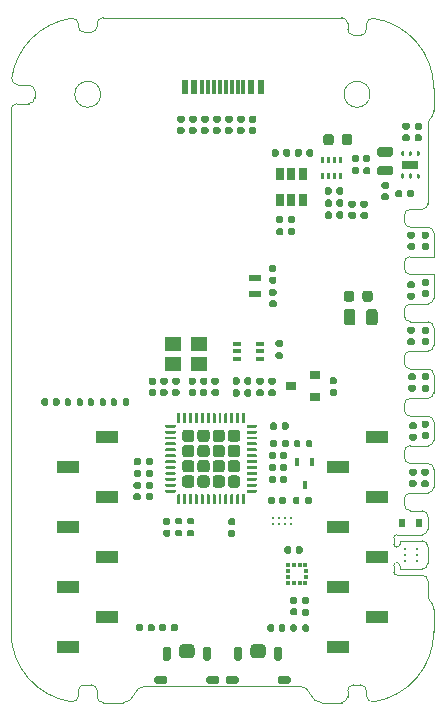
<source format=gtp>
G04 #@! TF.GenerationSoftware,KiCad,Pcbnew,(5.1.10)-1*
G04 #@! TF.CreationDate,2021-07-14T14:20:25+08:00*
G04 #@! TF.ProjectId,BeagleConnect Freedom,42656167-6c65-4436-9f6e-6e6563742046,B*
G04 #@! TF.SameCoordinates,Original*
G04 #@! TF.FileFunction,Paste,Top*
G04 #@! TF.FilePolarity,Positive*
%FSLAX46Y46*%
G04 Gerber Fmt 4.6, Leading zero omitted, Abs format (unit mm)*
G04 Created by KiCad (PCBNEW (5.1.10)-1) date 2021-07-14 14:20:25*
%MOMM*%
%LPD*%
G01*
G04 APERTURE LIST*
G04 #@! TA.AperFunction,Profile*
%ADD10C,0.050000*%
G04 #@! TD*
%ADD11C,0.304800*%
%ADD12R,1.900000X1.000000*%
%ADD13R,0.600000X0.700000*%
%ADD14C,0.263000*%
%ADD15R,0.600000X1.160000*%
%ADD16R,0.300000X1.160000*%
%ADD17R,1.350000X0.650000*%
%ADD18R,0.375000X0.350000*%
%ADD19R,0.350000X0.375000*%
%ADD20R,0.900000X0.800000*%
%ADD21R,1.100000X0.600000*%
%ADD22R,0.650000X1.060000*%
%ADD23R,1.400000X1.200000*%
%ADD24R,0.450000X0.700000*%
%ADD25R,0.650000X0.400000*%
G04 APERTURE END LIST*
D10*
X291863382Y-48158779D02*
X291863382Y-46158779D01*
X291863382Y-48158779D02*
G75*
G02*
X291363382Y-48658779I-500000J0D01*
G01*
X289863382Y-48658779D02*
X291363382Y-48658779D01*
X289363382Y-49158779D02*
G75*
G02*
X289863382Y-48658779I500000J0D01*
G01*
X289363382Y-49658779D02*
X289363382Y-49158779D01*
X289863382Y-50158779D02*
G75*
G02*
X289363382Y-49658779I0J500000D01*
G01*
X291363382Y-50158779D02*
X289863382Y-50158779D01*
X291363382Y-50158779D02*
G75*
G02*
X291863382Y-50658779I0J-500000D01*
G01*
X291863382Y-52158779D02*
X291863382Y-50658779D01*
X291863382Y-52158779D02*
G75*
G02*
X291363382Y-52658779I-500000J0D01*
G01*
X289863382Y-52658779D02*
X291363382Y-52658779D01*
X289363382Y-53158779D02*
G75*
G02*
X289863382Y-52658779I500000J0D01*
G01*
X289363382Y-53658779D02*
X289363382Y-53158779D01*
X289863382Y-54158779D02*
G75*
G02*
X289363382Y-53658779I0J500000D01*
G01*
X291363382Y-54158779D02*
X289863382Y-54158779D01*
X291363382Y-54158779D02*
G75*
G02*
X291863382Y-54658779I0J-500000D01*
G01*
X291863382Y-56158779D02*
X291863382Y-54658779D01*
X291863382Y-56158779D02*
G75*
G02*
X291363382Y-56658779I-500000J0D01*
G01*
X289863382Y-56658779D02*
X291363382Y-56658779D01*
X289363382Y-57158779D02*
G75*
G02*
X289863382Y-56658779I500000J0D01*
G01*
X289363382Y-57658779D02*
X289363382Y-57158779D01*
X289863382Y-58158779D02*
G75*
G02*
X289363382Y-57658779I0J500000D01*
G01*
X291363382Y-58158779D02*
X289863382Y-58158779D01*
X291363382Y-58158779D02*
G75*
G02*
X291863382Y-58658779I0J-500000D01*
G01*
X291863382Y-60158779D02*
X291863382Y-58658779D01*
X291863382Y-60158779D02*
G75*
G02*
X291363382Y-60658779I-500000J0D01*
G01*
X289863382Y-60658779D02*
X291363382Y-60658779D01*
X289363382Y-61158779D02*
G75*
G02*
X289863382Y-60658779I500000J0D01*
G01*
X289363382Y-61658779D02*
X289363382Y-61158779D01*
X289863382Y-62158779D02*
G75*
G02*
X289363382Y-61658779I0J500000D01*
G01*
X291363382Y-62158779D02*
X289863382Y-62158779D01*
X291363382Y-62158779D02*
G75*
G02*
X291863382Y-62658779I0J-500000D01*
G01*
X291863382Y-64158779D02*
X291863382Y-62658779D01*
X291863382Y-64158779D02*
G75*
G02*
X291363382Y-64658779I-500000J0D01*
G01*
X289863382Y-64658779D02*
X291363382Y-64658779D01*
X289363382Y-65158779D02*
G75*
G02*
X289863382Y-64658779I500000J0D01*
G01*
X289363382Y-65658779D02*
X289363382Y-65158779D01*
X289863382Y-66158779D02*
G75*
G02*
X289363382Y-65658779I0J500000D01*
G01*
X290863382Y-66158779D02*
X289863382Y-66158779D01*
X290863382Y-66158779D02*
G75*
G02*
X291363382Y-66658779I0J-500000D01*
G01*
X291363382Y-67708779D02*
X291363382Y-66658779D01*
X291363382Y-67708779D02*
G75*
G02*
X290863382Y-68208779I-500000J0D01*
G01*
X288713382Y-68208779D02*
X290863382Y-68208779D01*
X288463382Y-68458779D02*
G75*
G02*
X288713382Y-68208779I250000J0D01*
G01*
X288463382Y-69008779D02*
X288463382Y-68458779D01*
X288963382Y-69008779D02*
G75*
G02*
X288463382Y-69008779I-250000J0D01*
G01*
X288963382Y-68708779D02*
X288963382Y-69008779D01*
X290863382Y-68708779D02*
X288963382Y-68708779D01*
X290863382Y-68708779D02*
G75*
G02*
X291363382Y-69208779I0J-500000D01*
G01*
X291363382Y-70608779D02*
X291363382Y-69208779D01*
X291363382Y-70608779D02*
G75*
G02*
X290863382Y-71108779I-500000J0D01*
G01*
X288963382Y-71108779D02*
X290863382Y-71108779D01*
X288963382Y-70808779D02*
X288963382Y-71108779D01*
X288463382Y-70808779D02*
G75*
G02*
X288963382Y-70808779I250000J0D01*
G01*
X288463382Y-71358779D02*
X288463382Y-70808779D01*
X288713382Y-71608779D02*
G75*
G02*
X288463382Y-71358779I0J250000D01*
G01*
X290863382Y-71608779D02*
X288713382Y-71608779D01*
X290863382Y-71608779D02*
G75*
G02*
X291363382Y-72108779I0J-500000D01*
G01*
X291363382Y-73408779D02*
X291363382Y-72108779D01*
X291530049Y-73781457D02*
G75*
G02*
X291363382Y-73408779I333333J372678D01*
G01*
X291530049Y-73781457D02*
G75*
G02*
X291863382Y-74526813I-666667J-745356D01*
G01*
X291863382Y-76408779D02*
X291863382Y-74526813D01*
X291863381Y-76408779D02*
G75*
G02*
X286736109Y-82344968I-5999999J0D01*
G01*
X286736109Y-82344968D02*
G75*
G02*
X286163382Y-81850286I-72727J494682D01*
G01*
X286163382Y-81408779D02*
X286163382Y-81850286D01*
X285663382Y-80908779D02*
G75*
G02*
X286163382Y-81408779I0J-500000D01*
G01*
X285063382Y-80908779D02*
X285663382Y-80908779D01*
X284563382Y-81408779D02*
G75*
G02*
X285063382Y-80908779I500000J0D01*
G01*
X284563382Y-81908779D02*
X284563382Y-81408779D01*
X284563382Y-81908779D02*
G75*
G02*
X284063382Y-82408779I-500000J0D01*
G01*
X282371260Y-82408779D02*
X284063382Y-82408779D01*
X282371260Y-82408779D02*
G75*
G02*
X281417321Y-81708779I0J1000000D01*
G01*
X280463382Y-81008779D02*
G75*
G02*
X281417321Y-81708779I0J-1000000D01*
G01*
X267463382Y-81008779D02*
X280463382Y-81008779D01*
X266509443Y-81708779D02*
G75*
G02*
X267463382Y-81008779I953939J-300000D01*
G01*
X266509442Y-81708779D02*
G75*
G02*
X265555503Y-82408779I-953939J300000D01*
G01*
X263863382Y-82408779D02*
X265555503Y-82408779D01*
X263863382Y-82408779D02*
G75*
G02*
X263363382Y-81908779I0J500000D01*
G01*
X263363382Y-81408779D02*
X263363382Y-81908779D01*
X262863382Y-80908779D02*
G75*
G02*
X263363382Y-81408779I0J-500000D01*
G01*
X262263382Y-80908779D02*
X262863382Y-80908779D01*
X261763382Y-81408779D02*
G75*
G02*
X262263382Y-80908779I500000J0D01*
G01*
X261763382Y-81850286D02*
X261763382Y-81408779D01*
X261763382Y-81850287D02*
G75*
G02*
X261190654Y-82344968I-500000J1D01*
G01*
X261190655Y-82344969D02*
G75*
G02*
X256063382Y-76408779I872727J5936190D01*
G01*
X256063382Y-32208779D02*
X256063382Y-76408779D01*
X256063382Y-32208779D02*
G75*
G02*
X256563382Y-31708779I500000J0D01*
G01*
X257563382Y-31708779D02*
X256563382Y-31708779D01*
X258063382Y-31208779D02*
G75*
G02*
X257563382Y-31708779I-500000J0D01*
G01*
X258063382Y-30608779D02*
X258063382Y-31208779D01*
X257563382Y-30108779D02*
G75*
G02*
X258063382Y-30608779I0J-500000D01*
G01*
X256621874Y-30108779D02*
X257563382Y-30108779D01*
X256621874Y-30108778D02*
G75*
G02*
X256127192Y-29536052I0J499999D01*
G01*
X256127192Y-29536052D02*
G75*
G02*
X261190654Y-24472589I5936190J-872727D01*
G01*
X261190655Y-24472590D02*
G75*
G02*
X261763382Y-24967272I72727J-494682D01*
G01*
X261763382Y-25158779D02*
X261763382Y-24967272D01*
X262263382Y-25658779D02*
G75*
G02*
X261763382Y-25158779I0J500000D01*
G01*
X262863382Y-25658779D02*
X262263382Y-25658779D01*
X263363382Y-25158779D02*
G75*
G02*
X262863382Y-25658779I-500000J0D01*
G01*
X263363382Y-24908779D02*
X263363382Y-25158779D01*
X263363382Y-24908779D02*
G75*
G02*
X263863382Y-24408779I500000J0D01*
G01*
X284063382Y-24408779D02*
X263863382Y-24408779D01*
X284063382Y-24408779D02*
G75*
G02*
X284563382Y-24908779I0J-500000D01*
G01*
X284563382Y-25408779D02*
X284563382Y-24908779D01*
X285063382Y-25908779D02*
G75*
G02*
X284563382Y-25408779I0J500000D01*
G01*
X285663382Y-25908779D02*
X285063382Y-25908779D01*
X286163382Y-25408779D02*
G75*
G02*
X285663382Y-25908779I-500000J0D01*
G01*
X286163382Y-24967272D02*
X286163382Y-25408779D01*
X286163382Y-24967272D02*
G75*
G02*
X286736109Y-24472589I500000J0D01*
G01*
X286736109Y-24472589D02*
G75*
G02*
X291863382Y-30408779I-872727J-5936190D01*
G01*
X291863382Y-32290745D02*
X291863382Y-30408779D01*
X291863382Y-32290746D02*
G75*
G02*
X291530048Y-33036101I-1000000J1D01*
G01*
X291363382Y-33408779D02*
G75*
G02*
X291530048Y-33036101I500000J0D01*
G01*
X291363382Y-40158779D02*
X291363382Y-33408779D01*
X291363382Y-40158779D02*
G75*
G02*
X290863382Y-40658779I-500000J0D01*
G01*
X289863382Y-40658779D02*
X290863382Y-40658779D01*
X289363382Y-41158779D02*
G75*
G02*
X289863382Y-40658779I500000J0D01*
G01*
X289363382Y-41658779D02*
X289363382Y-41158779D01*
X289863382Y-42158779D02*
G75*
G02*
X289363382Y-41658779I0J500000D01*
G01*
X291363382Y-42158779D02*
X289863382Y-42158779D01*
X291363382Y-42158779D02*
G75*
G02*
X291863382Y-42658779I0J-500000D01*
G01*
X291863382Y-44658779D02*
X291863382Y-42658779D01*
X289863382Y-44658779D02*
X291863382Y-44658779D01*
X289363382Y-45158779D02*
G75*
G02*
X289863382Y-44658779I500000J0D01*
G01*
X289363382Y-45658779D02*
X289363382Y-45158779D01*
X289863382Y-46158779D02*
G75*
G02*
X289363382Y-45658779I0J500000D01*
G01*
X291863382Y-46158779D02*
X289863382Y-46158779D01*
X289363382Y-57658779D02*
X289363382Y-57158779D01*
X289863382Y-58158779D02*
G75*
G02*
X289363382Y-57658779I0J500000D01*
G01*
X291363382Y-58158779D02*
X289863382Y-58158779D01*
X291363382Y-58158779D02*
G75*
G02*
X291863382Y-58658779I0J-500000D01*
G01*
X291863382Y-60158779D02*
X291863382Y-58658779D01*
X291863382Y-60158779D02*
G75*
G02*
X291363382Y-60658779I-500000J0D01*
G01*
X289863382Y-60658779D02*
X291363382Y-60658779D01*
X289363382Y-61158779D02*
G75*
G02*
X289863382Y-60658779I500000J0D01*
G01*
X289363382Y-61658779D02*
X289363382Y-61158779D01*
X289863382Y-62158779D02*
G75*
G02*
X289363382Y-61658779I0J500000D01*
G01*
X291363382Y-62158779D02*
X289863382Y-62158779D01*
X291363382Y-62158779D02*
G75*
G02*
X291863382Y-62658779I0J-500000D01*
G01*
X291863382Y-64158779D02*
X291863382Y-62658779D01*
X291863382Y-64158779D02*
G75*
G02*
X291363382Y-64658779I-500000J0D01*
G01*
X289863382Y-64658779D02*
X291363382Y-64658779D01*
X289363382Y-65158779D02*
G75*
G02*
X289863382Y-64658779I500000J0D01*
G01*
X289363382Y-65658779D02*
X289363382Y-65158779D01*
X289863382Y-66158779D02*
G75*
G02*
X289363382Y-65658779I0J500000D01*
G01*
X290863382Y-66158779D02*
X289863382Y-66158779D01*
X290863382Y-66158779D02*
G75*
G02*
X291363382Y-66658779I0J-500000D01*
G01*
X291363382Y-67708779D02*
X291363382Y-66658779D01*
X291363382Y-67708779D02*
G75*
G02*
X290863382Y-68208779I-500000J0D01*
G01*
X288713382Y-68208779D02*
X290863382Y-68208779D01*
X288463382Y-68458779D02*
G75*
G02*
X288713382Y-68208779I250000J0D01*
G01*
X288463382Y-69008779D02*
X288463382Y-68458779D01*
X288963382Y-69008779D02*
G75*
G02*
X288463382Y-69008779I-250000J0D01*
G01*
X288963382Y-68708779D02*
X288963382Y-69008779D01*
X290863382Y-68708779D02*
X288963382Y-68708779D01*
X290863382Y-68708779D02*
G75*
G02*
X291363382Y-69208779I0J-500000D01*
G01*
X291363382Y-70608779D02*
X291363382Y-69208779D01*
X291363382Y-70608779D02*
G75*
G02*
X290863382Y-71108779I-500000J0D01*
G01*
X288963382Y-71108779D02*
X290863382Y-71108779D01*
X288963382Y-70808779D02*
X288963382Y-71108779D01*
X288463382Y-70808779D02*
G75*
G02*
X288963382Y-70808779I250000J0D01*
G01*
X288463382Y-71358779D02*
X288463382Y-70808779D01*
X288713382Y-71608779D02*
G75*
G02*
X288463382Y-71358779I0J250000D01*
G01*
X290863382Y-71608779D02*
X288713382Y-71608779D01*
X290863382Y-71608779D02*
G75*
G02*
X291363382Y-72108779I0J-500000D01*
G01*
X291363382Y-73408779D02*
X291363382Y-72108779D01*
X291530049Y-73781457D02*
G75*
G02*
X291363382Y-73408779I333333J372678D01*
G01*
X291530049Y-73781457D02*
G75*
G02*
X291863382Y-74526813I-666667J-745356D01*
G01*
X291863382Y-76408779D02*
X291863382Y-74526813D01*
X291863381Y-76408779D02*
G75*
G02*
X286736109Y-82344968I-5999999J0D01*
G01*
X286736109Y-82344968D02*
G75*
G02*
X286163382Y-81850286I-72727J494682D01*
G01*
X286163382Y-81408779D02*
X286163382Y-81850286D01*
X285663382Y-80908779D02*
G75*
G02*
X286163382Y-81408779I0J-500000D01*
G01*
X285063382Y-80908779D02*
X285663382Y-80908779D01*
X284563382Y-81408779D02*
G75*
G02*
X285063382Y-80908779I500000J0D01*
G01*
X284563382Y-81908779D02*
X284563382Y-81408779D01*
X284563382Y-81908779D02*
G75*
G02*
X284063382Y-82408779I-500000J0D01*
G01*
X282371260Y-82408779D02*
X284063382Y-82408779D01*
X282371260Y-82408779D02*
G75*
G02*
X281417321Y-81708779I0J1000000D01*
G01*
X280463382Y-81008779D02*
G75*
G02*
X281417321Y-81708779I0J-1000000D01*
G01*
X267463382Y-81008779D02*
X280463382Y-81008779D01*
X266509443Y-81708779D02*
G75*
G02*
X267463382Y-81008779I953939J-300000D01*
G01*
X266509442Y-81708779D02*
G75*
G02*
X265555503Y-82408779I-953939J300000D01*
G01*
X263863382Y-82408779D02*
X265555503Y-82408779D01*
X263863382Y-82408779D02*
G75*
G02*
X263363382Y-81908779I0J500000D01*
G01*
X263363382Y-81408779D02*
X263363382Y-81908779D01*
X262863382Y-80908779D02*
G75*
G02*
X263363382Y-81408779I0J-500000D01*
G01*
X262263382Y-80908779D02*
X262863382Y-80908779D01*
X261763382Y-81408779D02*
G75*
G02*
X262263382Y-80908779I500000J0D01*
G01*
X261763382Y-81850286D02*
X261763382Y-81408779D01*
X261763382Y-81850287D02*
G75*
G02*
X261190654Y-82344968I-500000J1D01*
G01*
X261190655Y-82344969D02*
G75*
G02*
X256063382Y-76408779I872727J5936190D01*
G01*
X256063382Y-32208779D02*
X256063382Y-76408779D01*
X256063382Y-32208779D02*
G75*
G02*
X256563382Y-31708779I500000J0D01*
G01*
X257563382Y-31708779D02*
X256563382Y-31708779D01*
X258063382Y-31208779D02*
G75*
G02*
X257563382Y-31708779I-500000J0D01*
G01*
X258063382Y-30608779D02*
X258063382Y-31208779D01*
X257563382Y-30108779D02*
G75*
G02*
X258063382Y-30608779I0J-500000D01*
G01*
X256621874Y-30108779D02*
X257563382Y-30108779D01*
X256621874Y-30108778D02*
G75*
G02*
X256127192Y-29536052I0J499999D01*
G01*
X256127192Y-29536052D02*
G75*
G02*
X261190654Y-24472589I5936190J-872727D01*
G01*
X261190655Y-24472590D02*
G75*
G02*
X261763382Y-24967272I72727J-494682D01*
G01*
X261763382Y-25158779D02*
X261763382Y-24967272D01*
X262263382Y-25658779D02*
G75*
G02*
X261763382Y-25158779I0J500000D01*
G01*
X262863382Y-25658779D02*
X262263382Y-25658779D01*
X263363382Y-25158779D02*
G75*
G02*
X262863382Y-25658779I-500000J0D01*
G01*
X263363382Y-24908779D02*
X263363382Y-25158779D01*
X263363382Y-24908779D02*
G75*
G02*
X263863382Y-24408779I500000J0D01*
G01*
X284063382Y-24408779D02*
X263863382Y-24408779D01*
X284063382Y-24408779D02*
G75*
G02*
X284563382Y-24908779I0J-500000D01*
G01*
X284563382Y-25408779D02*
X284563382Y-24908779D01*
X285063382Y-25908779D02*
G75*
G02*
X284563382Y-25408779I0J500000D01*
G01*
X285663382Y-25908779D02*
X285063382Y-25908779D01*
X286163382Y-25408779D02*
G75*
G02*
X285663382Y-25908779I-500000J0D01*
G01*
X286163382Y-24967272D02*
X286163382Y-25408779D01*
X286163382Y-24967272D02*
G75*
G02*
X286736109Y-24472589I500000J0D01*
G01*
X286736109Y-24472589D02*
G75*
G02*
X291863382Y-30408779I-872727J-5936190D01*
G01*
X291863382Y-32290745D02*
X291863382Y-30408779D01*
X291863382Y-32290746D02*
G75*
G02*
X291530048Y-33036101I-1000000J1D01*
G01*
X291363382Y-33408779D02*
G75*
G02*
X291530048Y-33036101I500000J0D01*
G01*
X291363382Y-40158779D02*
X291363382Y-33408779D01*
X291363382Y-40158779D02*
G75*
G02*
X290863382Y-40658779I-500000J0D01*
G01*
X289863382Y-40658779D02*
X290863382Y-40658779D01*
X289363382Y-41158779D02*
G75*
G02*
X289863382Y-40658779I500000J0D01*
G01*
X289363382Y-41658779D02*
X289363382Y-41158779D01*
X289863382Y-42158779D02*
G75*
G02*
X289363382Y-41658779I0J500000D01*
G01*
X291363382Y-42158779D02*
X289863382Y-42158779D01*
X291363382Y-42158779D02*
G75*
G02*
X291863382Y-42658779I0J-500000D01*
G01*
X291863382Y-44658779D02*
X291863382Y-42658779D01*
X289863382Y-44658779D02*
X291863382Y-44658779D01*
X289363382Y-45158779D02*
G75*
G02*
X289863382Y-44658779I500000J0D01*
G01*
X289363382Y-45658779D02*
X289363382Y-45158779D01*
X289863382Y-46158779D02*
G75*
G02*
X289363382Y-45658779I0J500000D01*
G01*
X291863382Y-46158779D02*
X289863382Y-46158779D01*
X291863382Y-48158779D02*
X291863382Y-46158779D01*
X291863382Y-48158779D02*
G75*
G02*
X291363382Y-48658779I-500000J0D01*
G01*
X289863382Y-48658779D02*
X291363382Y-48658779D01*
X289363382Y-49158779D02*
G75*
G02*
X289863382Y-48658779I500000J0D01*
G01*
X289363382Y-49658779D02*
X289363382Y-49158779D01*
X289863382Y-50158779D02*
G75*
G02*
X289363382Y-49658779I0J500000D01*
G01*
X291363382Y-50158779D02*
X289863382Y-50158779D01*
X291363382Y-50158779D02*
G75*
G02*
X291863382Y-50658779I0J-500000D01*
G01*
X291863382Y-52158779D02*
X291863382Y-50658779D01*
X291863382Y-52158779D02*
G75*
G02*
X291363382Y-52658779I-500000J0D01*
G01*
X289863382Y-52658779D02*
X291363382Y-52658779D01*
X289363382Y-53158779D02*
G75*
G02*
X289863382Y-52658779I500000J0D01*
G01*
X289363382Y-53658779D02*
X289363382Y-53158779D01*
X289863382Y-54158779D02*
G75*
G02*
X289363382Y-53658779I0J500000D01*
G01*
X291363382Y-54158779D02*
X289863382Y-54158779D01*
X291363382Y-54158779D02*
G75*
G02*
X291863382Y-54658779I0J-500000D01*
G01*
X291863382Y-56158779D02*
X291863382Y-54658779D01*
X291863382Y-56158779D02*
G75*
G02*
X291363382Y-56658779I-500000J0D01*
G01*
X289863382Y-56658779D02*
X291363382Y-56658779D01*
X289363382Y-57158779D02*
G75*
G02*
X289863382Y-56658779I500000J0D01*
G01*
X286463382Y-30908779D02*
G75*
G03*
X286463382Y-30908779I-1100000J0D01*
G01*
X263663382Y-30908779D02*
G75*
G03*
X263663382Y-30908779I-1100000J0D01*
G01*
X286463382Y-30908779D02*
G75*
G03*
X286463382Y-30908779I-1100000J0D01*
G01*
X263663382Y-30908779D02*
G75*
G03*
X263663382Y-30908779I-1100000J0D01*
G01*
G36*
G01*
X274425000Y-63965000D02*
X274425000Y-63425000D01*
G75*
G02*
X274675000Y-63175000I250000J0D01*
G01*
X275215000Y-63175000D01*
G75*
G02*
X275465000Y-63425000I0J-250000D01*
G01*
X275465000Y-63965000D01*
G75*
G02*
X275215000Y-64215000I-250000J0D01*
G01*
X274675000Y-64215000D01*
G75*
G02*
X274425000Y-63965000I0J250000D01*
G01*
G37*
G36*
G01*
X274425000Y-62675000D02*
X274425000Y-62135000D01*
G75*
G02*
X274675000Y-61885000I250000J0D01*
G01*
X275215000Y-61885000D01*
G75*
G02*
X275465000Y-62135000I0J-250000D01*
G01*
X275465000Y-62675000D01*
G75*
G02*
X275215000Y-62925000I-250000J0D01*
G01*
X274675000Y-62925000D01*
G75*
G02*
X274425000Y-62675000I0J250000D01*
G01*
G37*
G36*
G01*
X274425000Y-61385000D02*
X274425000Y-60845000D01*
G75*
G02*
X274675000Y-60595000I250000J0D01*
G01*
X275215000Y-60595000D01*
G75*
G02*
X275465000Y-60845000I0J-250000D01*
G01*
X275465000Y-61385000D01*
G75*
G02*
X275215000Y-61635000I-250000J0D01*
G01*
X274675000Y-61635000D01*
G75*
G02*
X274425000Y-61385000I0J250000D01*
G01*
G37*
G36*
G01*
X274425000Y-60095000D02*
X274425000Y-59555000D01*
G75*
G02*
X274675000Y-59305000I250000J0D01*
G01*
X275215000Y-59305000D01*
G75*
G02*
X275465000Y-59555000I0J-250000D01*
G01*
X275465000Y-60095000D01*
G75*
G02*
X275215000Y-60345000I-250000J0D01*
G01*
X274675000Y-60345000D01*
G75*
G02*
X274425000Y-60095000I0J250000D01*
G01*
G37*
G36*
G01*
X273135000Y-63965000D02*
X273135000Y-63425000D01*
G75*
G02*
X273385000Y-63175000I250000J0D01*
G01*
X273925000Y-63175000D01*
G75*
G02*
X274175000Y-63425000I0J-250000D01*
G01*
X274175000Y-63965000D01*
G75*
G02*
X273925000Y-64215000I-250000J0D01*
G01*
X273385000Y-64215000D01*
G75*
G02*
X273135000Y-63965000I0J250000D01*
G01*
G37*
G36*
G01*
X273135000Y-62675000D02*
X273135000Y-62135000D01*
G75*
G02*
X273385000Y-61885000I250000J0D01*
G01*
X273925000Y-61885000D01*
G75*
G02*
X274175000Y-62135000I0J-250000D01*
G01*
X274175000Y-62675000D01*
G75*
G02*
X273925000Y-62925000I-250000J0D01*
G01*
X273385000Y-62925000D01*
G75*
G02*
X273135000Y-62675000I0J250000D01*
G01*
G37*
G36*
G01*
X273135000Y-61385000D02*
X273135000Y-60845000D01*
G75*
G02*
X273385000Y-60595000I250000J0D01*
G01*
X273925000Y-60595000D01*
G75*
G02*
X274175000Y-60845000I0J-250000D01*
G01*
X274175000Y-61385000D01*
G75*
G02*
X273925000Y-61635000I-250000J0D01*
G01*
X273385000Y-61635000D01*
G75*
G02*
X273135000Y-61385000I0J250000D01*
G01*
G37*
G36*
G01*
X273135000Y-60095000D02*
X273135000Y-59555000D01*
G75*
G02*
X273385000Y-59305000I250000J0D01*
G01*
X273925000Y-59305000D01*
G75*
G02*
X274175000Y-59555000I0J-250000D01*
G01*
X274175000Y-60095000D01*
G75*
G02*
X273925000Y-60345000I-250000J0D01*
G01*
X273385000Y-60345000D01*
G75*
G02*
X273135000Y-60095000I0J250000D01*
G01*
G37*
G36*
G01*
X271845000Y-63965000D02*
X271845000Y-63425000D01*
G75*
G02*
X272095000Y-63175000I250000J0D01*
G01*
X272635000Y-63175000D01*
G75*
G02*
X272885000Y-63425000I0J-250000D01*
G01*
X272885000Y-63965000D01*
G75*
G02*
X272635000Y-64215000I-250000J0D01*
G01*
X272095000Y-64215000D01*
G75*
G02*
X271845000Y-63965000I0J250000D01*
G01*
G37*
G36*
G01*
X271845000Y-62675000D02*
X271845000Y-62135000D01*
G75*
G02*
X272095000Y-61885000I250000J0D01*
G01*
X272635000Y-61885000D01*
G75*
G02*
X272885000Y-62135000I0J-250000D01*
G01*
X272885000Y-62675000D01*
G75*
G02*
X272635000Y-62925000I-250000J0D01*
G01*
X272095000Y-62925000D01*
G75*
G02*
X271845000Y-62675000I0J250000D01*
G01*
G37*
G36*
G01*
X271845000Y-61385000D02*
X271845000Y-60845000D01*
G75*
G02*
X272095000Y-60595000I250000J0D01*
G01*
X272635000Y-60595000D01*
G75*
G02*
X272885000Y-60845000I0J-250000D01*
G01*
X272885000Y-61385000D01*
G75*
G02*
X272635000Y-61635000I-250000J0D01*
G01*
X272095000Y-61635000D01*
G75*
G02*
X271845000Y-61385000I0J250000D01*
G01*
G37*
G36*
G01*
X271845000Y-60095000D02*
X271845000Y-59555000D01*
G75*
G02*
X272095000Y-59305000I250000J0D01*
G01*
X272635000Y-59305000D01*
G75*
G02*
X272885000Y-59555000I0J-250000D01*
G01*
X272885000Y-60095000D01*
G75*
G02*
X272635000Y-60345000I-250000J0D01*
G01*
X272095000Y-60345000D01*
G75*
G02*
X271845000Y-60095000I0J250000D01*
G01*
G37*
G36*
G01*
X270555000Y-63965000D02*
X270555000Y-63425000D01*
G75*
G02*
X270805000Y-63175000I250000J0D01*
G01*
X271345000Y-63175000D01*
G75*
G02*
X271595000Y-63425000I0J-250000D01*
G01*
X271595000Y-63965000D01*
G75*
G02*
X271345000Y-64215000I-250000J0D01*
G01*
X270805000Y-64215000D01*
G75*
G02*
X270555000Y-63965000I0J250000D01*
G01*
G37*
G36*
G01*
X270555000Y-62675000D02*
X270555000Y-62135000D01*
G75*
G02*
X270805000Y-61885000I250000J0D01*
G01*
X271345000Y-61885000D01*
G75*
G02*
X271595000Y-62135000I0J-250000D01*
G01*
X271595000Y-62675000D01*
G75*
G02*
X271345000Y-62925000I-250000J0D01*
G01*
X270805000Y-62925000D01*
G75*
G02*
X270555000Y-62675000I0J250000D01*
G01*
G37*
G36*
G01*
X270555000Y-61385000D02*
X270555000Y-60845000D01*
G75*
G02*
X270805000Y-60595000I250000J0D01*
G01*
X271345000Y-60595000D01*
G75*
G02*
X271595000Y-60845000I0J-250000D01*
G01*
X271595000Y-61385000D01*
G75*
G02*
X271345000Y-61635000I-250000J0D01*
G01*
X270805000Y-61635000D01*
G75*
G02*
X270555000Y-61385000I0J250000D01*
G01*
G37*
G36*
G01*
X270555000Y-60095000D02*
X270555000Y-59555000D01*
G75*
G02*
X270805000Y-59305000I250000J0D01*
G01*
X271345000Y-59305000D01*
G75*
G02*
X271595000Y-59555000I0J-250000D01*
G01*
X271595000Y-60095000D01*
G75*
G02*
X271345000Y-60345000I-250000J0D01*
G01*
X270805000Y-60345000D01*
G75*
G02*
X270555000Y-60095000I0J250000D01*
G01*
G37*
G36*
G01*
X270135000Y-58697500D02*
X270135000Y-57947500D01*
G75*
G02*
X270197500Y-57885000I62500J0D01*
G01*
X270322500Y-57885000D01*
G75*
G02*
X270385000Y-57947500I0J-62500D01*
G01*
X270385000Y-58697500D01*
G75*
G02*
X270322500Y-58760000I-62500J0D01*
G01*
X270197500Y-58760000D01*
G75*
G02*
X270135000Y-58697500I0J62500D01*
G01*
G37*
G36*
G01*
X270635000Y-58697500D02*
X270635000Y-57947500D01*
G75*
G02*
X270697500Y-57885000I62500J0D01*
G01*
X270822500Y-57885000D01*
G75*
G02*
X270885000Y-57947500I0J-62500D01*
G01*
X270885000Y-58697500D01*
G75*
G02*
X270822500Y-58760000I-62500J0D01*
G01*
X270697500Y-58760000D01*
G75*
G02*
X270635000Y-58697500I0J62500D01*
G01*
G37*
G36*
G01*
X271135000Y-58697500D02*
X271135000Y-57947500D01*
G75*
G02*
X271197500Y-57885000I62500J0D01*
G01*
X271322500Y-57885000D01*
G75*
G02*
X271385000Y-57947500I0J-62500D01*
G01*
X271385000Y-58697500D01*
G75*
G02*
X271322500Y-58760000I-62500J0D01*
G01*
X271197500Y-58760000D01*
G75*
G02*
X271135000Y-58697500I0J62500D01*
G01*
G37*
G36*
G01*
X271635000Y-58697500D02*
X271635000Y-57947500D01*
G75*
G02*
X271697500Y-57885000I62500J0D01*
G01*
X271822500Y-57885000D01*
G75*
G02*
X271885000Y-57947500I0J-62500D01*
G01*
X271885000Y-58697500D01*
G75*
G02*
X271822500Y-58760000I-62500J0D01*
G01*
X271697500Y-58760000D01*
G75*
G02*
X271635000Y-58697500I0J62500D01*
G01*
G37*
G36*
G01*
X272135000Y-58697500D02*
X272135000Y-57947500D01*
G75*
G02*
X272197500Y-57885000I62500J0D01*
G01*
X272322500Y-57885000D01*
G75*
G02*
X272385000Y-57947500I0J-62500D01*
G01*
X272385000Y-58697500D01*
G75*
G02*
X272322500Y-58760000I-62500J0D01*
G01*
X272197500Y-58760000D01*
G75*
G02*
X272135000Y-58697500I0J62500D01*
G01*
G37*
G36*
G01*
X272635000Y-58697500D02*
X272635000Y-57947500D01*
G75*
G02*
X272697500Y-57885000I62500J0D01*
G01*
X272822500Y-57885000D01*
G75*
G02*
X272885000Y-57947500I0J-62500D01*
G01*
X272885000Y-58697500D01*
G75*
G02*
X272822500Y-58760000I-62500J0D01*
G01*
X272697500Y-58760000D01*
G75*
G02*
X272635000Y-58697500I0J62500D01*
G01*
G37*
G36*
G01*
X273135000Y-58697500D02*
X273135000Y-57947500D01*
G75*
G02*
X273197500Y-57885000I62500J0D01*
G01*
X273322500Y-57885000D01*
G75*
G02*
X273385000Y-57947500I0J-62500D01*
G01*
X273385000Y-58697500D01*
G75*
G02*
X273322500Y-58760000I-62500J0D01*
G01*
X273197500Y-58760000D01*
G75*
G02*
X273135000Y-58697500I0J62500D01*
G01*
G37*
G36*
G01*
X273635000Y-58697500D02*
X273635000Y-57947500D01*
G75*
G02*
X273697500Y-57885000I62500J0D01*
G01*
X273822500Y-57885000D01*
G75*
G02*
X273885000Y-57947500I0J-62500D01*
G01*
X273885000Y-58697500D01*
G75*
G02*
X273822500Y-58760000I-62500J0D01*
G01*
X273697500Y-58760000D01*
G75*
G02*
X273635000Y-58697500I0J62500D01*
G01*
G37*
G36*
G01*
X274135000Y-58697500D02*
X274135000Y-57947500D01*
G75*
G02*
X274197500Y-57885000I62500J0D01*
G01*
X274322500Y-57885000D01*
G75*
G02*
X274385000Y-57947500I0J-62500D01*
G01*
X274385000Y-58697500D01*
G75*
G02*
X274322500Y-58760000I-62500J0D01*
G01*
X274197500Y-58760000D01*
G75*
G02*
X274135000Y-58697500I0J62500D01*
G01*
G37*
G36*
G01*
X274635000Y-58697500D02*
X274635000Y-57947500D01*
G75*
G02*
X274697500Y-57885000I62500J0D01*
G01*
X274822500Y-57885000D01*
G75*
G02*
X274885000Y-57947500I0J-62500D01*
G01*
X274885000Y-58697500D01*
G75*
G02*
X274822500Y-58760000I-62500J0D01*
G01*
X274697500Y-58760000D01*
G75*
G02*
X274635000Y-58697500I0J62500D01*
G01*
G37*
G36*
G01*
X275135000Y-58697500D02*
X275135000Y-57947500D01*
G75*
G02*
X275197500Y-57885000I62500J0D01*
G01*
X275322500Y-57885000D01*
G75*
G02*
X275385000Y-57947500I0J-62500D01*
G01*
X275385000Y-58697500D01*
G75*
G02*
X275322500Y-58760000I-62500J0D01*
G01*
X275197500Y-58760000D01*
G75*
G02*
X275135000Y-58697500I0J62500D01*
G01*
G37*
G36*
G01*
X275635000Y-58697500D02*
X275635000Y-57947500D01*
G75*
G02*
X275697500Y-57885000I62500J0D01*
G01*
X275822500Y-57885000D01*
G75*
G02*
X275885000Y-57947500I0J-62500D01*
G01*
X275885000Y-58697500D01*
G75*
G02*
X275822500Y-58760000I-62500J0D01*
G01*
X275697500Y-58760000D01*
G75*
G02*
X275635000Y-58697500I0J62500D01*
G01*
G37*
G36*
G01*
X276010000Y-59072500D02*
X276010000Y-58947500D01*
G75*
G02*
X276072500Y-58885000I62500J0D01*
G01*
X276822500Y-58885000D01*
G75*
G02*
X276885000Y-58947500I0J-62500D01*
G01*
X276885000Y-59072500D01*
G75*
G02*
X276822500Y-59135000I-62500J0D01*
G01*
X276072500Y-59135000D01*
G75*
G02*
X276010000Y-59072500I0J62500D01*
G01*
G37*
G36*
G01*
X276010000Y-59572500D02*
X276010000Y-59447500D01*
G75*
G02*
X276072500Y-59385000I62500J0D01*
G01*
X276822500Y-59385000D01*
G75*
G02*
X276885000Y-59447500I0J-62500D01*
G01*
X276885000Y-59572500D01*
G75*
G02*
X276822500Y-59635000I-62500J0D01*
G01*
X276072500Y-59635000D01*
G75*
G02*
X276010000Y-59572500I0J62500D01*
G01*
G37*
G36*
G01*
X276010000Y-60072500D02*
X276010000Y-59947500D01*
G75*
G02*
X276072500Y-59885000I62500J0D01*
G01*
X276822500Y-59885000D01*
G75*
G02*
X276885000Y-59947500I0J-62500D01*
G01*
X276885000Y-60072500D01*
G75*
G02*
X276822500Y-60135000I-62500J0D01*
G01*
X276072500Y-60135000D01*
G75*
G02*
X276010000Y-60072500I0J62500D01*
G01*
G37*
G36*
G01*
X276010000Y-60572500D02*
X276010000Y-60447500D01*
G75*
G02*
X276072500Y-60385000I62500J0D01*
G01*
X276822500Y-60385000D01*
G75*
G02*
X276885000Y-60447500I0J-62500D01*
G01*
X276885000Y-60572500D01*
G75*
G02*
X276822500Y-60635000I-62500J0D01*
G01*
X276072500Y-60635000D01*
G75*
G02*
X276010000Y-60572500I0J62500D01*
G01*
G37*
G36*
G01*
X276010000Y-61072500D02*
X276010000Y-60947500D01*
G75*
G02*
X276072500Y-60885000I62500J0D01*
G01*
X276822500Y-60885000D01*
G75*
G02*
X276885000Y-60947500I0J-62500D01*
G01*
X276885000Y-61072500D01*
G75*
G02*
X276822500Y-61135000I-62500J0D01*
G01*
X276072500Y-61135000D01*
G75*
G02*
X276010000Y-61072500I0J62500D01*
G01*
G37*
G36*
G01*
X276010000Y-61572500D02*
X276010000Y-61447500D01*
G75*
G02*
X276072500Y-61385000I62500J0D01*
G01*
X276822500Y-61385000D01*
G75*
G02*
X276885000Y-61447500I0J-62500D01*
G01*
X276885000Y-61572500D01*
G75*
G02*
X276822500Y-61635000I-62500J0D01*
G01*
X276072500Y-61635000D01*
G75*
G02*
X276010000Y-61572500I0J62500D01*
G01*
G37*
G36*
G01*
X276010000Y-62072500D02*
X276010000Y-61947500D01*
G75*
G02*
X276072500Y-61885000I62500J0D01*
G01*
X276822500Y-61885000D01*
G75*
G02*
X276885000Y-61947500I0J-62500D01*
G01*
X276885000Y-62072500D01*
G75*
G02*
X276822500Y-62135000I-62500J0D01*
G01*
X276072500Y-62135000D01*
G75*
G02*
X276010000Y-62072500I0J62500D01*
G01*
G37*
G36*
G01*
X276010000Y-62572500D02*
X276010000Y-62447500D01*
G75*
G02*
X276072500Y-62385000I62500J0D01*
G01*
X276822500Y-62385000D01*
G75*
G02*
X276885000Y-62447500I0J-62500D01*
G01*
X276885000Y-62572500D01*
G75*
G02*
X276822500Y-62635000I-62500J0D01*
G01*
X276072500Y-62635000D01*
G75*
G02*
X276010000Y-62572500I0J62500D01*
G01*
G37*
G36*
G01*
X276010000Y-63072500D02*
X276010000Y-62947500D01*
G75*
G02*
X276072500Y-62885000I62500J0D01*
G01*
X276822500Y-62885000D01*
G75*
G02*
X276885000Y-62947500I0J-62500D01*
G01*
X276885000Y-63072500D01*
G75*
G02*
X276822500Y-63135000I-62500J0D01*
G01*
X276072500Y-63135000D01*
G75*
G02*
X276010000Y-63072500I0J62500D01*
G01*
G37*
G36*
G01*
X276010000Y-63572500D02*
X276010000Y-63447500D01*
G75*
G02*
X276072500Y-63385000I62500J0D01*
G01*
X276822500Y-63385000D01*
G75*
G02*
X276885000Y-63447500I0J-62500D01*
G01*
X276885000Y-63572500D01*
G75*
G02*
X276822500Y-63635000I-62500J0D01*
G01*
X276072500Y-63635000D01*
G75*
G02*
X276010000Y-63572500I0J62500D01*
G01*
G37*
G36*
G01*
X276010000Y-64072500D02*
X276010000Y-63947500D01*
G75*
G02*
X276072500Y-63885000I62500J0D01*
G01*
X276822500Y-63885000D01*
G75*
G02*
X276885000Y-63947500I0J-62500D01*
G01*
X276885000Y-64072500D01*
G75*
G02*
X276822500Y-64135000I-62500J0D01*
G01*
X276072500Y-64135000D01*
G75*
G02*
X276010000Y-64072500I0J62500D01*
G01*
G37*
G36*
G01*
X276010000Y-64572500D02*
X276010000Y-64447500D01*
G75*
G02*
X276072500Y-64385000I62500J0D01*
G01*
X276822500Y-64385000D01*
G75*
G02*
X276885000Y-64447500I0J-62500D01*
G01*
X276885000Y-64572500D01*
G75*
G02*
X276822500Y-64635000I-62500J0D01*
G01*
X276072500Y-64635000D01*
G75*
G02*
X276010000Y-64572500I0J62500D01*
G01*
G37*
G36*
G01*
X275635000Y-65572500D02*
X275635000Y-64822500D01*
G75*
G02*
X275697500Y-64760000I62500J0D01*
G01*
X275822500Y-64760000D01*
G75*
G02*
X275885000Y-64822500I0J-62500D01*
G01*
X275885000Y-65572500D01*
G75*
G02*
X275822500Y-65635000I-62500J0D01*
G01*
X275697500Y-65635000D01*
G75*
G02*
X275635000Y-65572500I0J62500D01*
G01*
G37*
G36*
G01*
X275135000Y-65572500D02*
X275135000Y-64822500D01*
G75*
G02*
X275197500Y-64760000I62500J0D01*
G01*
X275322500Y-64760000D01*
G75*
G02*
X275385000Y-64822500I0J-62500D01*
G01*
X275385000Y-65572500D01*
G75*
G02*
X275322500Y-65635000I-62500J0D01*
G01*
X275197500Y-65635000D01*
G75*
G02*
X275135000Y-65572500I0J62500D01*
G01*
G37*
G36*
G01*
X274635000Y-65572500D02*
X274635000Y-64822500D01*
G75*
G02*
X274697500Y-64760000I62500J0D01*
G01*
X274822500Y-64760000D01*
G75*
G02*
X274885000Y-64822500I0J-62500D01*
G01*
X274885000Y-65572500D01*
G75*
G02*
X274822500Y-65635000I-62500J0D01*
G01*
X274697500Y-65635000D01*
G75*
G02*
X274635000Y-65572500I0J62500D01*
G01*
G37*
G36*
G01*
X274135000Y-65572500D02*
X274135000Y-64822500D01*
G75*
G02*
X274197500Y-64760000I62500J0D01*
G01*
X274322500Y-64760000D01*
G75*
G02*
X274385000Y-64822500I0J-62500D01*
G01*
X274385000Y-65572500D01*
G75*
G02*
X274322500Y-65635000I-62500J0D01*
G01*
X274197500Y-65635000D01*
G75*
G02*
X274135000Y-65572500I0J62500D01*
G01*
G37*
G36*
G01*
X273635000Y-65572500D02*
X273635000Y-64822500D01*
G75*
G02*
X273697500Y-64760000I62500J0D01*
G01*
X273822500Y-64760000D01*
G75*
G02*
X273885000Y-64822500I0J-62500D01*
G01*
X273885000Y-65572500D01*
G75*
G02*
X273822500Y-65635000I-62500J0D01*
G01*
X273697500Y-65635000D01*
G75*
G02*
X273635000Y-65572500I0J62500D01*
G01*
G37*
G36*
G01*
X273135000Y-65572500D02*
X273135000Y-64822500D01*
G75*
G02*
X273197500Y-64760000I62500J0D01*
G01*
X273322500Y-64760000D01*
G75*
G02*
X273385000Y-64822500I0J-62500D01*
G01*
X273385000Y-65572500D01*
G75*
G02*
X273322500Y-65635000I-62500J0D01*
G01*
X273197500Y-65635000D01*
G75*
G02*
X273135000Y-65572500I0J62500D01*
G01*
G37*
G36*
G01*
X272635000Y-65572500D02*
X272635000Y-64822500D01*
G75*
G02*
X272697500Y-64760000I62500J0D01*
G01*
X272822500Y-64760000D01*
G75*
G02*
X272885000Y-64822500I0J-62500D01*
G01*
X272885000Y-65572500D01*
G75*
G02*
X272822500Y-65635000I-62500J0D01*
G01*
X272697500Y-65635000D01*
G75*
G02*
X272635000Y-65572500I0J62500D01*
G01*
G37*
G36*
G01*
X272135000Y-65572500D02*
X272135000Y-64822500D01*
G75*
G02*
X272197500Y-64760000I62500J0D01*
G01*
X272322500Y-64760000D01*
G75*
G02*
X272385000Y-64822500I0J-62500D01*
G01*
X272385000Y-65572500D01*
G75*
G02*
X272322500Y-65635000I-62500J0D01*
G01*
X272197500Y-65635000D01*
G75*
G02*
X272135000Y-65572500I0J62500D01*
G01*
G37*
G36*
G01*
X271635000Y-65572500D02*
X271635000Y-64822500D01*
G75*
G02*
X271697500Y-64760000I62500J0D01*
G01*
X271822500Y-64760000D01*
G75*
G02*
X271885000Y-64822500I0J-62500D01*
G01*
X271885000Y-65572500D01*
G75*
G02*
X271822500Y-65635000I-62500J0D01*
G01*
X271697500Y-65635000D01*
G75*
G02*
X271635000Y-65572500I0J62500D01*
G01*
G37*
G36*
G01*
X271135000Y-65572500D02*
X271135000Y-64822500D01*
G75*
G02*
X271197500Y-64760000I62500J0D01*
G01*
X271322500Y-64760000D01*
G75*
G02*
X271385000Y-64822500I0J-62500D01*
G01*
X271385000Y-65572500D01*
G75*
G02*
X271322500Y-65635000I-62500J0D01*
G01*
X271197500Y-65635000D01*
G75*
G02*
X271135000Y-65572500I0J62500D01*
G01*
G37*
G36*
G01*
X270635000Y-65572500D02*
X270635000Y-64822500D01*
G75*
G02*
X270697500Y-64760000I62500J0D01*
G01*
X270822500Y-64760000D01*
G75*
G02*
X270885000Y-64822500I0J-62500D01*
G01*
X270885000Y-65572500D01*
G75*
G02*
X270822500Y-65635000I-62500J0D01*
G01*
X270697500Y-65635000D01*
G75*
G02*
X270635000Y-65572500I0J62500D01*
G01*
G37*
G36*
G01*
X270135000Y-65572500D02*
X270135000Y-64822500D01*
G75*
G02*
X270197500Y-64760000I62500J0D01*
G01*
X270322500Y-64760000D01*
G75*
G02*
X270385000Y-64822500I0J-62500D01*
G01*
X270385000Y-65572500D01*
G75*
G02*
X270322500Y-65635000I-62500J0D01*
G01*
X270197500Y-65635000D01*
G75*
G02*
X270135000Y-65572500I0J62500D01*
G01*
G37*
G36*
G01*
X269135000Y-64572500D02*
X269135000Y-64447500D01*
G75*
G02*
X269197500Y-64385000I62500J0D01*
G01*
X269947500Y-64385000D01*
G75*
G02*
X270010000Y-64447500I0J-62500D01*
G01*
X270010000Y-64572500D01*
G75*
G02*
X269947500Y-64635000I-62500J0D01*
G01*
X269197500Y-64635000D01*
G75*
G02*
X269135000Y-64572500I0J62500D01*
G01*
G37*
G36*
G01*
X269135000Y-64072500D02*
X269135000Y-63947500D01*
G75*
G02*
X269197500Y-63885000I62500J0D01*
G01*
X269947500Y-63885000D01*
G75*
G02*
X270010000Y-63947500I0J-62500D01*
G01*
X270010000Y-64072500D01*
G75*
G02*
X269947500Y-64135000I-62500J0D01*
G01*
X269197500Y-64135000D01*
G75*
G02*
X269135000Y-64072500I0J62500D01*
G01*
G37*
G36*
G01*
X269135000Y-63572500D02*
X269135000Y-63447500D01*
G75*
G02*
X269197500Y-63385000I62500J0D01*
G01*
X269947500Y-63385000D01*
G75*
G02*
X270010000Y-63447500I0J-62500D01*
G01*
X270010000Y-63572500D01*
G75*
G02*
X269947500Y-63635000I-62500J0D01*
G01*
X269197500Y-63635000D01*
G75*
G02*
X269135000Y-63572500I0J62500D01*
G01*
G37*
G36*
G01*
X269135000Y-63072500D02*
X269135000Y-62947500D01*
G75*
G02*
X269197500Y-62885000I62500J0D01*
G01*
X269947500Y-62885000D01*
G75*
G02*
X270010000Y-62947500I0J-62500D01*
G01*
X270010000Y-63072500D01*
G75*
G02*
X269947500Y-63135000I-62500J0D01*
G01*
X269197500Y-63135000D01*
G75*
G02*
X269135000Y-63072500I0J62500D01*
G01*
G37*
G36*
G01*
X269135000Y-62572500D02*
X269135000Y-62447500D01*
G75*
G02*
X269197500Y-62385000I62500J0D01*
G01*
X269947500Y-62385000D01*
G75*
G02*
X270010000Y-62447500I0J-62500D01*
G01*
X270010000Y-62572500D01*
G75*
G02*
X269947500Y-62635000I-62500J0D01*
G01*
X269197500Y-62635000D01*
G75*
G02*
X269135000Y-62572500I0J62500D01*
G01*
G37*
G36*
G01*
X269135000Y-62072500D02*
X269135000Y-61947500D01*
G75*
G02*
X269197500Y-61885000I62500J0D01*
G01*
X269947500Y-61885000D01*
G75*
G02*
X270010000Y-61947500I0J-62500D01*
G01*
X270010000Y-62072500D01*
G75*
G02*
X269947500Y-62135000I-62500J0D01*
G01*
X269197500Y-62135000D01*
G75*
G02*
X269135000Y-62072500I0J62500D01*
G01*
G37*
G36*
G01*
X269135000Y-61572500D02*
X269135000Y-61447500D01*
G75*
G02*
X269197500Y-61385000I62500J0D01*
G01*
X269947500Y-61385000D01*
G75*
G02*
X270010000Y-61447500I0J-62500D01*
G01*
X270010000Y-61572500D01*
G75*
G02*
X269947500Y-61635000I-62500J0D01*
G01*
X269197500Y-61635000D01*
G75*
G02*
X269135000Y-61572500I0J62500D01*
G01*
G37*
G36*
G01*
X269135000Y-61072500D02*
X269135000Y-60947500D01*
G75*
G02*
X269197500Y-60885000I62500J0D01*
G01*
X269947500Y-60885000D01*
G75*
G02*
X270010000Y-60947500I0J-62500D01*
G01*
X270010000Y-61072500D01*
G75*
G02*
X269947500Y-61135000I-62500J0D01*
G01*
X269197500Y-61135000D01*
G75*
G02*
X269135000Y-61072500I0J62500D01*
G01*
G37*
G36*
G01*
X269135000Y-60572500D02*
X269135000Y-60447500D01*
G75*
G02*
X269197500Y-60385000I62500J0D01*
G01*
X269947500Y-60385000D01*
G75*
G02*
X270010000Y-60447500I0J-62500D01*
G01*
X270010000Y-60572500D01*
G75*
G02*
X269947500Y-60635000I-62500J0D01*
G01*
X269197500Y-60635000D01*
G75*
G02*
X269135000Y-60572500I0J62500D01*
G01*
G37*
G36*
G01*
X269135000Y-60072500D02*
X269135000Y-59947500D01*
G75*
G02*
X269197500Y-59885000I62500J0D01*
G01*
X269947500Y-59885000D01*
G75*
G02*
X270010000Y-59947500I0J-62500D01*
G01*
X270010000Y-60072500D01*
G75*
G02*
X269947500Y-60135000I-62500J0D01*
G01*
X269197500Y-60135000D01*
G75*
G02*
X269135000Y-60072500I0J62500D01*
G01*
G37*
G36*
G01*
X269135000Y-59572500D02*
X269135000Y-59447500D01*
G75*
G02*
X269197500Y-59385000I62500J0D01*
G01*
X269947500Y-59385000D01*
G75*
G02*
X270010000Y-59447500I0J-62500D01*
G01*
X270010000Y-59572500D01*
G75*
G02*
X269947500Y-59635000I-62500J0D01*
G01*
X269197500Y-59635000D01*
G75*
G02*
X269135000Y-59572500I0J62500D01*
G01*
G37*
G36*
G01*
X269135000Y-59072500D02*
X269135000Y-58947500D01*
G75*
G02*
X269197500Y-58885000I62500J0D01*
G01*
X269947500Y-58885000D01*
G75*
G02*
X270010000Y-58947500I0J-62500D01*
G01*
X270010000Y-59072500D01*
G75*
G02*
X269947500Y-59135000I-62500J0D01*
G01*
X269197500Y-59135000D01*
G75*
G02*
X269135000Y-59072500I0J62500D01*
G01*
G37*
D11*
X279740000Y-66810000D03*
X279740000Y-67310000D03*
X279240000Y-66810000D03*
X279240000Y-67310000D03*
X278740000Y-66810000D03*
X278740000Y-67310000D03*
X278240000Y-66810000D03*
X278240000Y-67310000D03*
D12*
X264180000Y-70050000D03*
X264180000Y-64970000D03*
X264180000Y-75130000D03*
X260880000Y-67510000D03*
X264180000Y-59890000D03*
X260880000Y-62430000D03*
X260880000Y-72590000D03*
X260880000Y-77670000D03*
X283740000Y-62430000D03*
X283740000Y-67510000D03*
X283740000Y-72590000D03*
X283740000Y-77670000D03*
X287040000Y-59890000D03*
X287040000Y-64970000D03*
X287040000Y-70050000D03*
X287040000Y-75130000D03*
D13*
X289200000Y-67200000D03*
X290600000Y-67200000D03*
G36*
G01*
X268837500Y-55860000D02*
X269182500Y-55860000D01*
G75*
G02*
X269330000Y-56007500I0J-147500D01*
G01*
X269330000Y-56302500D01*
G75*
G02*
X269182500Y-56450000I-147500J0D01*
G01*
X268837500Y-56450000D01*
G75*
G02*
X268690000Y-56302500I0J147500D01*
G01*
X268690000Y-56007500D01*
G75*
G02*
X268837500Y-55860000I147500J0D01*
G01*
G37*
G36*
G01*
X268837500Y-54890000D02*
X269182500Y-54890000D01*
G75*
G02*
X269330000Y-55037500I0J-147500D01*
G01*
X269330000Y-55332500D01*
G75*
G02*
X269182500Y-55480000I-147500J0D01*
G01*
X268837500Y-55480000D01*
G75*
G02*
X268690000Y-55332500I0J147500D01*
G01*
X268690000Y-55037500D01*
G75*
G02*
X268837500Y-54890000I147500J0D01*
G01*
G37*
G36*
G01*
X270176000Y-75895500D02*
X270176000Y-76240500D01*
G75*
G02*
X270028500Y-76388000I-147500J0D01*
G01*
X269733500Y-76388000D01*
G75*
G02*
X269586000Y-76240500I0J147500D01*
G01*
X269586000Y-75895500D01*
G75*
G02*
X269733500Y-75748000I147500J0D01*
G01*
X270028500Y-75748000D01*
G75*
G02*
X270176000Y-75895500I0J-147500D01*
G01*
G37*
G36*
G01*
X269206000Y-75895500D02*
X269206000Y-76240500D01*
G75*
G02*
X269058500Y-76388000I-147500J0D01*
G01*
X268763500Y-76388000D01*
G75*
G02*
X268616000Y-76240500I0J147500D01*
G01*
X268616000Y-75895500D01*
G75*
G02*
X268763500Y-75748000I147500J0D01*
G01*
X269058500Y-75748000D01*
G75*
G02*
X269206000Y-75895500I0J-147500D01*
G01*
G37*
G36*
G01*
X282515000Y-36745000D02*
X282365000Y-36745000D01*
G75*
G02*
X282315000Y-36695000I0J50000D01*
G01*
X282315000Y-36245000D01*
G75*
G02*
X282365000Y-36195000I50000J0D01*
G01*
X282515000Y-36195000D01*
G75*
G02*
X282565000Y-36245000I0J-50000D01*
G01*
X282565000Y-36695000D01*
G75*
G02*
X282515000Y-36745000I-50000J0D01*
G01*
G37*
G36*
G01*
X283015000Y-36745000D02*
X282865000Y-36745000D01*
G75*
G02*
X282815000Y-36695000I0J50000D01*
G01*
X282815000Y-36245000D01*
G75*
G02*
X282865000Y-36195000I50000J0D01*
G01*
X283015000Y-36195000D01*
G75*
G02*
X283065000Y-36245000I0J-50000D01*
G01*
X283065000Y-36695000D01*
G75*
G02*
X283015000Y-36745000I-50000J0D01*
G01*
G37*
G36*
G01*
X283515000Y-36745000D02*
X283365000Y-36745000D01*
G75*
G02*
X283315000Y-36695000I0J50000D01*
G01*
X283315000Y-36245000D01*
G75*
G02*
X283365000Y-36195000I50000J0D01*
G01*
X283515000Y-36195000D01*
G75*
G02*
X283565000Y-36245000I0J-50000D01*
G01*
X283565000Y-36695000D01*
G75*
G02*
X283515000Y-36745000I-50000J0D01*
G01*
G37*
G36*
G01*
X284015000Y-36745000D02*
X283865000Y-36745000D01*
G75*
G02*
X283815000Y-36695000I0J50000D01*
G01*
X283815000Y-36245000D01*
G75*
G02*
X283865000Y-36195000I50000J0D01*
G01*
X284015000Y-36195000D01*
G75*
G02*
X284065000Y-36245000I0J-50000D01*
G01*
X284065000Y-36695000D01*
G75*
G02*
X284015000Y-36745000I-50000J0D01*
G01*
G37*
G36*
G01*
X284015000Y-38095000D02*
X283865000Y-38095000D01*
G75*
G02*
X283815000Y-38045000I0J50000D01*
G01*
X283815000Y-37595000D01*
G75*
G02*
X283865000Y-37545000I50000J0D01*
G01*
X284015000Y-37545000D01*
G75*
G02*
X284065000Y-37595000I0J-50000D01*
G01*
X284065000Y-38045000D01*
G75*
G02*
X284015000Y-38095000I-50000J0D01*
G01*
G37*
G36*
G01*
X283515000Y-38095000D02*
X283365000Y-38095000D01*
G75*
G02*
X283315000Y-38045000I0J50000D01*
G01*
X283315000Y-37595000D01*
G75*
G02*
X283365000Y-37545000I50000J0D01*
G01*
X283515000Y-37545000D01*
G75*
G02*
X283565000Y-37595000I0J-50000D01*
G01*
X283565000Y-38045000D01*
G75*
G02*
X283515000Y-38095000I-50000J0D01*
G01*
G37*
G36*
G01*
X283015000Y-38095000D02*
X282865000Y-38095000D01*
G75*
G02*
X282815000Y-38045000I0J50000D01*
G01*
X282815000Y-37595000D01*
G75*
G02*
X282865000Y-37545000I50000J0D01*
G01*
X283015000Y-37545000D01*
G75*
G02*
X283065000Y-37595000I0J-50000D01*
G01*
X283065000Y-38045000D01*
G75*
G02*
X283015000Y-38095000I-50000J0D01*
G01*
G37*
G36*
G01*
X282515000Y-38095000D02*
X282365000Y-38095000D01*
G75*
G02*
X282315000Y-38045000I0J50000D01*
G01*
X282315000Y-37595000D01*
G75*
G02*
X282365000Y-37545000I50000J0D01*
G01*
X282515000Y-37545000D01*
G75*
G02*
X282565000Y-37595000I0J-50000D01*
G01*
X282565000Y-38045000D01*
G75*
G02*
X282515000Y-38095000I-50000J0D01*
G01*
G37*
G36*
G01*
X283235000Y-40967500D02*
X283235000Y-41312500D01*
G75*
G02*
X283087500Y-41460000I-147500J0D01*
G01*
X282792500Y-41460000D01*
G75*
G02*
X282645000Y-41312500I0J147500D01*
G01*
X282645000Y-40967500D01*
G75*
G02*
X282792500Y-40820000I147500J0D01*
G01*
X283087500Y-40820000D01*
G75*
G02*
X283235000Y-40967500I0J-147500D01*
G01*
G37*
G36*
G01*
X284205000Y-40967500D02*
X284205000Y-41312500D01*
G75*
G02*
X284057500Y-41460000I-147500J0D01*
G01*
X283762500Y-41460000D01*
G75*
G02*
X283615000Y-41312500I0J147500D01*
G01*
X283615000Y-40967500D01*
G75*
G02*
X283762500Y-40820000I147500J0D01*
G01*
X284057500Y-40820000D01*
G75*
G02*
X284205000Y-40967500I0J-147500D01*
G01*
G37*
G36*
G01*
X283620000Y-40293500D02*
X283620000Y-39948500D01*
G75*
G02*
X283767500Y-39801000I147500J0D01*
G01*
X284062500Y-39801000D01*
G75*
G02*
X284210000Y-39948500I0J-147500D01*
G01*
X284210000Y-40293500D01*
G75*
G02*
X284062500Y-40441000I-147500J0D01*
G01*
X283767500Y-40441000D01*
G75*
G02*
X283620000Y-40293500I0J147500D01*
G01*
G37*
G36*
G01*
X282650000Y-40293500D02*
X282650000Y-39948500D01*
G75*
G02*
X282797500Y-39801000I147500J0D01*
G01*
X283092500Y-39801000D01*
G75*
G02*
X283240000Y-39948500I0J-147500D01*
G01*
X283240000Y-40293500D01*
G75*
G02*
X283092500Y-40441000I-147500J0D01*
G01*
X282797500Y-40441000D01*
G75*
G02*
X282650000Y-40293500I0J147500D01*
G01*
G37*
G36*
G01*
X283235000Y-38927500D02*
X283235000Y-39272500D01*
G75*
G02*
X283087500Y-39420000I-147500J0D01*
G01*
X282792500Y-39420000D01*
G75*
G02*
X282645000Y-39272500I0J147500D01*
G01*
X282645000Y-38927500D01*
G75*
G02*
X282792500Y-38780000I147500J0D01*
G01*
X283087500Y-38780000D01*
G75*
G02*
X283235000Y-38927500I0J-147500D01*
G01*
G37*
G36*
G01*
X284205000Y-38927500D02*
X284205000Y-39272500D01*
G75*
G02*
X284057500Y-39420000I-147500J0D01*
G01*
X283762500Y-39420000D01*
G75*
G02*
X283615000Y-39272500I0J147500D01*
G01*
X283615000Y-38927500D01*
G75*
G02*
X283762500Y-38780000I147500J0D01*
G01*
X284057500Y-38780000D01*
G75*
G02*
X284205000Y-38927500I0J-147500D01*
G01*
G37*
D14*
X289420000Y-70400000D03*
X289420000Y-69900000D03*
X289420000Y-69400000D03*
X290420000Y-69400000D03*
X290420000Y-69900000D03*
X290420000Y-70400000D03*
D15*
X270800000Y-30330000D03*
X271600000Y-30330000D03*
X270800000Y-30330000D03*
X271600000Y-30330000D03*
X277200000Y-30330000D03*
X277200000Y-30330000D03*
X276400000Y-30330000D03*
X276400000Y-30330000D03*
D16*
X272250000Y-30330000D03*
X273250000Y-30330000D03*
X272750000Y-30330000D03*
X275250000Y-30330000D03*
X275750000Y-30330000D03*
X273750000Y-30330000D03*
X274250000Y-30330000D03*
X274750000Y-30330000D03*
G36*
G01*
X283187500Y-55855000D02*
X283532500Y-55855000D01*
G75*
G02*
X283680000Y-56002500I0J-147500D01*
G01*
X283680000Y-56297500D01*
G75*
G02*
X283532500Y-56445000I-147500J0D01*
G01*
X283187500Y-56445000D01*
G75*
G02*
X283040000Y-56297500I0J147500D01*
G01*
X283040000Y-56002500D01*
G75*
G02*
X283187500Y-55855000I147500J0D01*
G01*
G37*
G36*
G01*
X283187500Y-54885000D02*
X283532500Y-54885000D01*
G75*
G02*
X283680000Y-55032500I0J-147500D01*
G01*
X283680000Y-55327500D01*
G75*
G02*
X283532500Y-55475000I-147500J0D01*
G01*
X283187500Y-55475000D01*
G75*
G02*
X283040000Y-55327500I0J147500D01*
G01*
X283040000Y-55032500D01*
G75*
G02*
X283187500Y-54885000I147500J0D01*
G01*
G37*
D17*
X289880000Y-36880000D03*
G36*
G01*
X290530000Y-37580000D02*
X290530000Y-37580000D01*
G75*
G02*
X290655000Y-37705000I0J-125000D01*
G01*
X290655000Y-37955000D01*
G75*
G02*
X290530000Y-38080000I-125000J0D01*
G01*
X290530000Y-38080000D01*
G75*
G02*
X290405000Y-37955000I0J125000D01*
G01*
X290405000Y-37705000D01*
G75*
G02*
X290530000Y-37580000I125000J0D01*
G01*
G37*
G36*
G01*
X289880000Y-37580000D02*
X289880000Y-37580000D01*
G75*
G02*
X290005000Y-37705000I0J-125000D01*
G01*
X290005000Y-37955000D01*
G75*
G02*
X289880000Y-38080000I-125000J0D01*
G01*
X289880000Y-38080000D01*
G75*
G02*
X289755000Y-37955000I0J125000D01*
G01*
X289755000Y-37705000D01*
G75*
G02*
X289880000Y-37580000I125000J0D01*
G01*
G37*
G36*
G01*
X289230000Y-37580000D02*
X289230000Y-37580000D01*
G75*
G02*
X289355000Y-37705000I0J-125000D01*
G01*
X289355000Y-37955000D01*
G75*
G02*
X289230000Y-38080000I-125000J0D01*
G01*
X289230000Y-38080000D01*
G75*
G02*
X289105000Y-37955000I0J125000D01*
G01*
X289105000Y-37705000D01*
G75*
G02*
X289230000Y-37580000I125000J0D01*
G01*
G37*
G36*
G01*
X289230000Y-35680000D02*
X289230000Y-35680000D01*
G75*
G02*
X289355000Y-35805000I0J-125000D01*
G01*
X289355000Y-36055000D01*
G75*
G02*
X289230000Y-36180000I-125000J0D01*
G01*
X289230000Y-36180000D01*
G75*
G02*
X289105000Y-36055000I0J125000D01*
G01*
X289105000Y-35805000D01*
G75*
G02*
X289230000Y-35680000I125000J0D01*
G01*
G37*
G36*
G01*
X289880000Y-35680000D02*
X289880000Y-35680000D01*
G75*
G02*
X290005000Y-35805000I0J-125000D01*
G01*
X290005000Y-36055000D01*
G75*
G02*
X289880000Y-36180000I-125000J0D01*
G01*
X289880000Y-36180000D01*
G75*
G02*
X289755000Y-36055000I0J125000D01*
G01*
X289755000Y-35805000D01*
G75*
G02*
X289880000Y-35680000I125000J0D01*
G01*
G37*
G36*
G01*
X290555000Y-35680000D02*
X290555000Y-35680000D01*
G75*
G02*
X290680000Y-35805000I0J-125000D01*
G01*
X290680000Y-36055000D01*
G75*
G02*
X290555000Y-36180000I-125000J0D01*
G01*
X290555000Y-36180000D01*
G75*
G02*
X290430000Y-36055000I0J125000D01*
G01*
X290430000Y-35805000D01*
G75*
G02*
X290555000Y-35680000I125000J0D01*
G01*
G37*
G36*
G01*
X287050000Y-37580000D02*
X287050000Y-37180000D01*
G75*
G02*
X287250000Y-36980000I200000J0D01*
G01*
X288250000Y-36980000D01*
G75*
G02*
X288450000Y-37180000I0J-200000D01*
G01*
X288450000Y-37580000D01*
G75*
G02*
X288250000Y-37780000I-200000J0D01*
G01*
X287250000Y-37780000D01*
G75*
G02*
X287050000Y-37580000I0J200000D01*
G01*
G37*
G36*
G01*
X287050000Y-35980000D02*
X287050000Y-35580000D01*
G75*
G02*
X287250000Y-35380000I200000J0D01*
G01*
X288250000Y-35380000D01*
G75*
G02*
X288450000Y-35580000I0J-200000D01*
G01*
X288450000Y-35980000D01*
G75*
G02*
X288250000Y-36180000I-200000J0D01*
G01*
X287250000Y-36180000D01*
G75*
G02*
X287050000Y-35980000I0J200000D01*
G01*
G37*
G36*
G01*
X287577500Y-39300000D02*
X287922500Y-39300000D01*
G75*
G02*
X288070000Y-39447500I0J-147500D01*
G01*
X288070000Y-39742500D01*
G75*
G02*
X287922500Y-39890000I-147500J0D01*
G01*
X287577500Y-39890000D01*
G75*
G02*
X287430000Y-39742500I0J147500D01*
G01*
X287430000Y-39447500D01*
G75*
G02*
X287577500Y-39300000I147500J0D01*
G01*
G37*
G36*
G01*
X287577500Y-38330000D02*
X287922500Y-38330000D01*
G75*
G02*
X288070000Y-38477500I0J-147500D01*
G01*
X288070000Y-38772500D01*
G75*
G02*
X287922500Y-38920000I-147500J0D01*
G01*
X287577500Y-38920000D01*
G75*
G02*
X287430000Y-38772500I0J147500D01*
G01*
X287430000Y-38477500D01*
G75*
G02*
X287577500Y-38330000I147500J0D01*
G01*
G37*
D18*
X279480000Y-71790000D03*
X279480000Y-71290000D03*
X281005000Y-71290000D03*
X281005000Y-71790000D03*
D19*
X279492500Y-70777500D03*
X279492500Y-72302500D03*
X280992500Y-70777500D03*
X280992500Y-72302500D03*
X280492500Y-70777500D03*
X279992500Y-70777500D03*
X280492500Y-72302500D03*
X279992500Y-72302500D03*
G36*
G01*
X277322500Y-55490000D02*
X276977500Y-55490000D01*
G75*
G02*
X276830000Y-55342500I0J147500D01*
G01*
X276830000Y-55047500D01*
G75*
G02*
X276977500Y-54900000I147500J0D01*
G01*
X277322500Y-54900000D01*
G75*
G02*
X277470000Y-55047500I0J-147500D01*
G01*
X277470000Y-55342500D01*
G75*
G02*
X277322500Y-55490000I-147500J0D01*
G01*
G37*
G36*
G01*
X277322500Y-56460000D02*
X276977500Y-56460000D01*
G75*
G02*
X276830000Y-56312500I0J147500D01*
G01*
X276830000Y-56017500D01*
G75*
G02*
X276977500Y-55870000I147500J0D01*
G01*
X277322500Y-55870000D01*
G75*
G02*
X277470000Y-56017500I0J-147500D01*
G01*
X277470000Y-56312500D01*
G75*
G02*
X277322500Y-56460000I-147500J0D01*
G01*
G37*
G36*
G01*
X277987500Y-55875000D02*
X278332500Y-55875000D01*
G75*
G02*
X278480000Y-56022500I0J-147500D01*
G01*
X278480000Y-56317500D01*
G75*
G02*
X278332500Y-56465000I-147500J0D01*
G01*
X277987500Y-56465000D01*
G75*
G02*
X277840000Y-56317500I0J147500D01*
G01*
X277840000Y-56022500D01*
G75*
G02*
X277987500Y-55875000I147500J0D01*
G01*
G37*
G36*
G01*
X277987500Y-54905000D02*
X278332500Y-54905000D01*
G75*
G02*
X278480000Y-55052500I0J-147500D01*
G01*
X278480000Y-55347500D01*
G75*
G02*
X278332500Y-55495000I-147500J0D01*
G01*
X277987500Y-55495000D01*
G75*
G02*
X277840000Y-55347500I0J147500D01*
G01*
X277840000Y-55052500D01*
G75*
G02*
X277987500Y-54905000I147500J0D01*
G01*
G37*
G36*
G01*
X285520000Y-37206500D02*
X285520000Y-37551500D01*
G75*
G02*
X285372500Y-37699000I-147500J0D01*
G01*
X285077500Y-37699000D01*
G75*
G02*
X284930000Y-37551500I0J147500D01*
G01*
X284930000Y-37206500D01*
G75*
G02*
X285077500Y-37059000I147500J0D01*
G01*
X285372500Y-37059000D01*
G75*
G02*
X285520000Y-37206500I0J-147500D01*
G01*
G37*
G36*
G01*
X286490000Y-37206500D02*
X286490000Y-37551500D01*
G75*
G02*
X286342500Y-37699000I-147500J0D01*
G01*
X286047500Y-37699000D01*
G75*
G02*
X285900000Y-37551500I0J147500D01*
G01*
X285900000Y-37206500D01*
G75*
G02*
X286047500Y-37059000I147500J0D01*
G01*
X286342500Y-37059000D01*
G75*
G02*
X286490000Y-37206500I0J-147500D01*
G01*
G37*
G36*
G01*
X273177500Y-55865000D02*
X273522500Y-55865000D01*
G75*
G02*
X273670000Y-56012500I0J-147500D01*
G01*
X273670000Y-56307500D01*
G75*
G02*
X273522500Y-56455000I-147500J0D01*
G01*
X273177500Y-56455000D01*
G75*
G02*
X273030000Y-56307500I0J147500D01*
G01*
X273030000Y-56012500D01*
G75*
G02*
X273177500Y-55865000I147500J0D01*
G01*
G37*
G36*
G01*
X273177500Y-54895000D02*
X273522500Y-54895000D01*
G75*
G02*
X273670000Y-55042500I0J-147500D01*
G01*
X273670000Y-55337500D01*
G75*
G02*
X273522500Y-55485000I-147500J0D01*
G01*
X273177500Y-55485000D01*
G75*
G02*
X273030000Y-55337500I0J147500D01*
G01*
X273030000Y-55042500D01*
G75*
G02*
X273177500Y-54895000I147500J0D01*
G01*
G37*
G36*
G01*
X285510000Y-36176500D02*
X285510000Y-36521500D01*
G75*
G02*
X285362500Y-36669000I-147500J0D01*
G01*
X285067500Y-36669000D01*
G75*
G02*
X284920000Y-36521500I0J147500D01*
G01*
X284920000Y-36176500D01*
G75*
G02*
X285067500Y-36029000I147500J0D01*
G01*
X285362500Y-36029000D01*
G75*
G02*
X285510000Y-36176500I0J-147500D01*
G01*
G37*
G36*
G01*
X286480000Y-36176500D02*
X286480000Y-36521500D01*
G75*
G02*
X286332500Y-36669000I-147500J0D01*
G01*
X286037500Y-36669000D01*
G75*
G02*
X285890000Y-36521500I0J147500D01*
G01*
X285890000Y-36176500D01*
G75*
G02*
X286037500Y-36029000I147500J0D01*
G01*
X286332500Y-36029000D01*
G75*
G02*
X286480000Y-36176500I0J-147500D01*
G01*
G37*
G36*
G01*
X284080000Y-35006250D02*
X284080000Y-34493750D01*
G75*
G02*
X284298750Y-34275000I218750J0D01*
G01*
X284736250Y-34275000D01*
G75*
G02*
X284955000Y-34493750I0J-218750D01*
G01*
X284955000Y-35006250D01*
G75*
G02*
X284736250Y-35225000I-218750J0D01*
G01*
X284298750Y-35225000D01*
G75*
G02*
X284080000Y-35006250I0J218750D01*
G01*
G37*
G36*
G01*
X282505000Y-35006250D02*
X282505000Y-34493750D01*
G75*
G02*
X282723750Y-34275000I218750J0D01*
G01*
X283161250Y-34275000D01*
G75*
G02*
X283380000Y-34493750I0J-218750D01*
G01*
X283380000Y-35006250D01*
G75*
G02*
X283161250Y-35225000I-218750J0D01*
G01*
X282723750Y-35225000D01*
G75*
G02*
X282505000Y-35006250I0J218750D01*
G01*
G37*
G36*
G01*
X272305500Y-33680000D02*
X272650500Y-33680000D01*
G75*
G02*
X272798000Y-33827500I0J-147500D01*
G01*
X272798000Y-34122500D01*
G75*
G02*
X272650500Y-34270000I-147500J0D01*
G01*
X272305500Y-34270000D01*
G75*
G02*
X272158000Y-34122500I0J147500D01*
G01*
X272158000Y-33827500D01*
G75*
G02*
X272305500Y-33680000I147500J0D01*
G01*
G37*
G36*
G01*
X272305500Y-32710000D02*
X272650500Y-32710000D01*
G75*
G02*
X272798000Y-32857500I0J-147500D01*
G01*
X272798000Y-33152500D01*
G75*
G02*
X272650500Y-33300000I-147500J0D01*
G01*
X272305500Y-33300000D01*
G75*
G02*
X272158000Y-33152500I0J147500D01*
G01*
X272158000Y-32857500D01*
G75*
G02*
X272305500Y-32710000I147500J0D01*
G01*
G37*
G36*
G01*
X270265500Y-33685000D02*
X270610500Y-33685000D01*
G75*
G02*
X270758000Y-33832500I0J-147500D01*
G01*
X270758000Y-34127500D01*
G75*
G02*
X270610500Y-34275000I-147500J0D01*
G01*
X270265500Y-34275000D01*
G75*
G02*
X270118000Y-34127500I0J147500D01*
G01*
X270118000Y-33832500D01*
G75*
G02*
X270265500Y-33685000I147500J0D01*
G01*
G37*
G36*
G01*
X270265500Y-32715000D02*
X270610500Y-32715000D01*
G75*
G02*
X270758000Y-32862500I0J-147500D01*
G01*
X270758000Y-33157500D01*
G75*
G02*
X270610500Y-33305000I-147500J0D01*
G01*
X270265500Y-33305000D01*
G75*
G02*
X270118000Y-33157500I0J147500D01*
G01*
X270118000Y-32862500D01*
G75*
G02*
X270265500Y-32715000I147500J0D01*
G01*
G37*
G36*
G01*
X275345500Y-33685000D02*
X275690500Y-33685000D01*
G75*
G02*
X275838000Y-33832500I0J-147500D01*
G01*
X275838000Y-34127500D01*
G75*
G02*
X275690500Y-34275000I-147500J0D01*
G01*
X275345500Y-34275000D01*
G75*
G02*
X275198000Y-34127500I0J147500D01*
G01*
X275198000Y-33832500D01*
G75*
G02*
X275345500Y-33685000I147500J0D01*
G01*
G37*
G36*
G01*
X275345500Y-32715000D02*
X275690500Y-32715000D01*
G75*
G02*
X275838000Y-32862500I0J-147500D01*
G01*
X275838000Y-33157500D01*
G75*
G02*
X275690500Y-33305000I-147500J0D01*
G01*
X275345500Y-33305000D01*
G75*
G02*
X275198000Y-33157500I0J147500D01*
G01*
X275198000Y-32862500D01*
G75*
G02*
X275345500Y-32715000I147500J0D01*
G01*
G37*
G36*
G01*
X266587500Y-62700000D02*
X266932500Y-62700000D01*
G75*
G02*
X267080000Y-62847500I0J-147500D01*
G01*
X267080000Y-63142500D01*
G75*
G02*
X266932500Y-63290000I-147500J0D01*
G01*
X266587500Y-63290000D01*
G75*
G02*
X266440000Y-63142500I0J147500D01*
G01*
X266440000Y-62847500D01*
G75*
G02*
X266587500Y-62700000I147500J0D01*
G01*
G37*
G36*
G01*
X266587500Y-61730000D02*
X266932500Y-61730000D01*
G75*
G02*
X267080000Y-61877500I0J-147500D01*
G01*
X267080000Y-62172500D01*
G75*
G02*
X266932500Y-62320000I-147500J0D01*
G01*
X266587500Y-62320000D01*
G75*
G02*
X266440000Y-62172500I0J147500D01*
G01*
X266440000Y-61877500D01*
G75*
G02*
X266587500Y-61730000I147500J0D01*
G01*
G37*
G36*
G01*
X285797500Y-40875000D02*
X286142500Y-40875000D01*
G75*
G02*
X286290000Y-41022500I0J-147500D01*
G01*
X286290000Y-41317500D01*
G75*
G02*
X286142500Y-41465000I-147500J0D01*
G01*
X285797500Y-41465000D01*
G75*
G02*
X285650000Y-41317500I0J147500D01*
G01*
X285650000Y-41022500D01*
G75*
G02*
X285797500Y-40875000I147500J0D01*
G01*
G37*
G36*
G01*
X285797500Y-39905000D02*
X286142500Y-39905000D01*
G75*
G02*
X286290000Y-40052500I0J-147500D01*
G01*
X286290000Y-40347500D01*
G75*
G02*
X286142500Y-40495000I-147500J0D01*
G01*
X285797500Y-40495000D01*
G75*
G02*
X285650000Y-40347500I0J147500D01*
G01*
X285650000Y-40052500D01*
G75*
G02*
X285797500Y-39905000I147500J0D01*
G01*
G37*
G36*
G01*
X279795000Y-69327500D02*
X279795000Y-69672500D01*
G75*
G02*
X279647500Y-69820000I-147500J0D01*
G01*
X279352500Y-69820000D01*
G75*
G02*
X279205000Y-69672500I0J147500D01*
G01*
X279205000Y-69327500D01*
G75*
G02*
X279352500Y-69180000I147500J0D01*
G01*
X279647500Y-69180000D01*
G75*
G02*
X279795000Y-69327500I0J-147500D01*
G01*
G37*
G36*
G01*
X280765000Y-69327500D02*
X280765000Y-69672500D01*
G75*
G02*
X280617500Y-69820000I-147500J0D01*
G01*
X280322500Y-69820000D01*
G75*
G02*
X280175000Y-69672500I0J147500D01*
G01*
X280175000Y-69327500D01*
G75*
G02*
X280322500Y-69180000I147500J0D01*
G01*
X280617500Y-69180000D01*
G75*
G02*
X280765000Y-69327500I0J-147500D01*
G01*
G37*
D20*
X279780000Y-55610000D03*
X281780000Y-54660000D03*
X281780000Y-56560000D03*
G36*
G01*
X280162500Y-74065000D02*
X279817500Y-74065000D01*
G75*
G02*
X279670000Y-73917500I0J147500D01*
G01*
X279670000Y-73622500D01*
G75*
G02*
X279817500Y-73475000I147500J0D01*
G01*
X280162500Y-73475000D01*
G75*
G02*
X280310000Y-73622500I0J-147500D01*
G01*
X280310000Y-73917500D01*
G75*
G02*
X280162500Y-74065000I-147500J0D01*
G01*
G37*
G36*
G01*
X280162500Y-75035000D02*
X279817500Y-75035000D01*
G75*
G02*
X279670000Y-74887500I0J147500D01*
G01*
X279670000Y-74592500D01*
G75*
G02*
X279817500Y-74445000I147500J0D01*
G01*
X280162500Y-74445000D01*
G75*
G02*
X280310000Y-74592500I0J-147500D01*
G01*
X280310000Y-74887500D01*
G75*
G02*
X280162500Y-75035000I-147500J0D01*
G01*
G37*
G36*
G01*
X289585000Y-39492500D02*
X289585000Y-39147500D01*
G75*
G02*
X289732500Y-39000000I147500J0D01*
G01*
X290027500Y-39000000D01*
G75*
G02*
X290175000Y-39147500I0J-147500D01*
G01*
X290175000Y-39492500D01*
G75*
G02*
X290027500Y-39640000I-147500J0D01*
G01*
X289732500Y-39640000D01*
G75*
G02*
X289585000Y-39492500I0J147500D01*
G01*
G37*
G36*
G01*
X288615000Y-39492500D02*
X288615000Y-39147500D01*
G75*
G02*
X288762500Y-39000000I147500J0D01*
G01*
X289057500Y-39000000D01*
G75*
G02*
X289205000Y-39147500I0J-147500D01*
G01*
X289205000Y-39492500D01*
G75*
G02*
X289057500Y-39640000I-147500J0D01*
G01*
X288762500Y-39640000D01*
G75*
G02*
X288615000Y-39492500I0J147500D01*
G01*
G37*
G36*
G01*
X279505000Y-41682500D02*
X279505000Y-41337500D01*
G75*
G02*
X279652500Y-41190000I147500J0D01*
G01*
X279947500Y-41190000D01*
G75*
G02*
X280095000Y-41337500I0J-147500D01*
G01*
X280095000Y-41682500D01*
G75*
G02*
X279947500Y-41830000I-147500J0D01*
G01*
X279652500Y-41830000D01*
G75*
G02*
X279505000Y-41682500I0J147500D01*
G01*
G37*
G36*
G01*
X278535000Y-41682500D02*
X278535000Y-41337500D01*
G75*
G02*
X278682500Y-41190000I147500J0D01*
G01*
X278977500Y-41190000D01*
G75*
G02*
X279125000Y-41337500I0J-147500D01*
G01*
X279125000Y-41682500D01*
G75*
G02*
X278977500Y-41830000I-147500J0D01*
G01*
X278682500Y-41830000D01*
G75*
G02*
X278535000Y-41682500I0J147500D01*
G01*
G37*
G36*
G01*
X285112500Y-40495000D02*
X284767500Y-40495000D01*
G75*
G02*
X284620000Y-40347500I0J147500D01*
G01*
X284620000Y-40052500D01*
G75*
G02*
X284767500Y-39905000I147500J0D01*
G01*
X285112500Y-39905000D01*
G75*
G02*
X285260000Y-40052500I0J-147500D01*
G01*
X285260000Y-40347500D01*
G75*
G02*
X285112500Y-40495000I-147500J0D01*
G01*
G37*
G36*
G01*
X285112500Y-41465000D02*
X284767500Y-41465000D01*
G75*
G02*
X284620000Y-41317500I0J147500D01*
G01*
X284620000Y-41022500D01*
G75*
G02*
X284767500Y-40875000I147500J0D01*
G01*
X285112500Y-40875000D01*
G75*
G02*
X285260000Y-41022500I0J-147500D01*
G01*
X285260000Y-41317500D01*
G75*
G02*
X285112500Y-41465000I-147500J0D01*
G01*
G37*
G36*
G01*
X268212500Y-55485000D02*
X267867500Y-55485000D01*
G75*
G02*
X267720000Y-55337500I0J147500D01*
G01*
X267720000Y-55042500D01*
G75*
G02*
X267867500Y-54895000I147500J0D01*
G01*
X268212500Y-54895000D01*
G75*
G02*
X268360000Y-55042500I0J-147500D01*
G01*
X268360000Y-55337500D01*
G75*
G02*
X268212500Y-55485000I-147500J0D01*
G01*
G37*
G36*
G01*
X268212500Y-56455000D02*
X267867500Y-56455000D01*
G75*
G02*
X267720000Y-56307500I0J147500D01*
G01*
X267720000Y-56012500D01*
G75*
G02*
X267867500Y-55865000I147500J0D01*
G01*
X268212500Y-55865000D01*
G75*
G02*
X268360000Y-56012500I0J-147500D01*
G01*
X268360000Y-56307500D01*
G75*
G02*
X268212500Y-56455000I-147500J0D01*
G01*
G37*
G36*
G01*
X278595000Y-58837500D02*
X278595000Y-59182500D01*
G75*
G02*
X278447500Y-59330000I-147500J0D01*
G01*
X278152500Y-59330000D01*
G75*
G02*
X278005000Y-59182500I0J147500D01*
G01*
X278005000Y-58837500D01*
G75*
G02*
X278152500Y-58690000I147500J0D01*
G01*
X278447500Y-58690000D01*
G75*
G02*
X278595000Y-58837500I0J-147500D01*
G01*
G37*
G36*
G01*
X279565000Y-58837500D02*
X279565000Y-59182500D01*
G75*
G02*
X279417500Y-59330000I-147500J0D01*
G01*
X279122500Y-59330000D01*
G75*
G02*
X278975000Y-59182500I0J147500D01*
G01*
X278975000Y-58837500D01*
G75*
G02*
X279122500Y-58690000I147500J0D01*
G01*
X279417500Y-58690000D01*
G75*
G02*
X279565000Y-58837500I0J-147500D01*
G01*
G37*
D21*
X276730000Y-46450000D03*
X276730000Y-47850000D03*
G36*
G01*
X274922500Y-67415000D02*
X274577500Y-67415000D01*
G75*
G02*
X274430000Y-67267500I0J147500D01*
G01*
X274430000Y-66972500D01*
G75*
G02*
X274577500Y-66825000I147500J0D01*
G01*
X274922500Y-66825000D01*
G75*
G02*
X275070000Y-66972500I0J-147500D01*
G01*
X275070000Y-67267500D01*
G75*
G02*
X274922500Y-67415000I-147500J0D01*
G01*
G37*
G36*
G01*
X274922500Y-68385000D02*
X274577500Y-68385000D01*
G75*
G02*
X274430000Y-68237500I0J147500D01*
G01*
X274430000Y-67942500D01*
G75*
G02*
X274577500Y-67795000I147500J0D01*
G01*
X274922500Y-67795000D01*
G75*
G02*
X275070000Y-67942500I0J-147500D01*
G01*
X275070000Y-68237500D01*
G75*
G02*
X274922500Y-68385000I-147500J0D01*
G01*
G37*
D22*
X279797000Y-37683000D03*
X278847000Y-37683000D03*
X280747000Y-37683000D03*
X280747000Y-39883000D03*
X279797000Y-39883000D03*
X278847000Y-39883000D03*
G36*
G01*
X280687000Y-35690500D02*
X280687000Y-36035500D01*
G75*
G02*
X280539500Y-36183000I-147500J0D01*
G01*
X280244500Y-36183000D01*
G75*
G02*
X280097000Y-36035500I0J147500D01*
G01*
X280097000Y-35690500D01*
G75*
G02*
X280244500Y-35543000I147500J0D01*
G01*
X280539500Y-35543000D01*
G75*
G02*
X280687000Y-35690500I0J-147500D01*
G01*
G37*
G36*
G01*
X281657000Y-35690500D02*
X281657000Y-36035500D01*
G75*
G02*
X281509500Y-36183000I-147500J0D01*
G01*
X281214500Y-36183000D01*
G75*
G02*
X281067000Y-36035500I0J147500D01*
G01*
X281067000Y-35690500D01*
G75*
G02*
X281214500Y-35543000I147500J0D01*
G01*
X281509500Y-35543000D01*
G75*
G02*
X281657000Y-35690500I0J-147500D01*
G01*
G37*
G36*
G01*
X290112500Y-43120000D02*
X289767500Y-43120000D01*
G75*
G02*
X289620000Y-42972500I0J147500D01*
G01*
X289620000Y-42677500D01*
G75*
G02*
X289767500Y-42530000I147500J0D01*
G01*
X290112500Y-42530000D01*
G75*
G02*
X290260000Y-42677500I0J-147500D01*
G01*
X290260000Y-42972500D01*
G75*
G02*
X290112500Y-43120000I-147500J0D01*
G01*
G37*
G36*
G01*
X290112500Y-44090000D02*
X289767500Y-44090000D01*
G75*
G02*
X289620000Y-43942500I0J147500D01*
G01*
X289620000Y-43647500D01*
G75*
G02*
X289767500Y-43500000I147500J0D01*
G01*
X290112500Y-43500000D01*
G75*
G02*
X290260000Y-43647500I0J-147500D01*
G01*
X290260000Y-43942500D01*
G75*
G02*
X290112500Y-44090000I-147500J0D01*
G01*
G37*
G36*
G01*
X291321395Y-43122495D02*
X290976395Y-43122495D01*
G75*
G02*
X290828895Y-42974995I0J147500D01*
G01*
X290828895Y-42679995D01*
G75*
G02*
X290976395Y-42532495I147500J0D01*
G01*
X291321395Y-42532495D01*
G75*
G02*
X291468895Y-42679995I0J-147500D01*
G01*
X291468895Y-42974995D01*
G75*
G02*
X291321395Y-43122495I-147500J0D01*
G01*
G37*
G36*
G01*
X291321395Y-44092495D02*
X290976395Y-44092495D01*
G75*
G02*
X290828895Y-43944995I0J147500D01*
G01*
X290828895Y-43649995D01*
G75*
G02*
X290976395Y-43502495I147500J0D01*
G01*
X291321395Y-43502495D01*
G75*
G02*
X291468895Y-43649995I0J-147500D01*
G01*
X291468895Y-43944995D01*
G75*
G02*
X291321395Y-44092495I-147500J0D01*
G01*
G37*
G36*
G01*
X279505000Y-42712500D02*
X279505000Y-42367500D01*
G75*
G02*
X279652500Y-42220000I147500J0D01*
G01*
X279947500Y-42220000D01*
G75*
G02*
X280095000Y-42367500I0J-147500D01*
G01*
X280095000Y-42712500D01*
G75*
G02*
X279947500Y-42860000I-147500J0D01*
G01*
X279652500Y-42860000D01*
G75*
G02*
X279505000Y-42712500I0J147500D01*
G01*
G37*
G36*
G01*
X278535000Y-42712500D02*
X278535000Y-42367500D01*
G75*
G02*
X278682500Y-42220000I147500J0D01*
G01*
X278977500Y-42220000D01*
G75*
G02*
X279125000Y-42367500I0J-147500D01*
G01*
X279125000Y-42712500D01*
G75*
G02*
X278977500Y-42860000I-147500J0D01*
G01*
X278682500Y-42860000D01*
G75*
G02*
X278535000Y-42712500I0J147500D01*
G01*
G37*
G36*
G01*
X278732000Y-35690500D02*
X278732000Y-36035500D01*
G75*
G02*
X278584500Y-36183000I-147500J0D01*
G01*
X278289500Y-36183000D01*
G75*
G02*
X278142000Y-36035500I0J147500D01*
G01*
X278142000Y-35690500D01*
G75*
G02*
X278289500Y-35543000I147500J0D01*
G01*
X278584500Y-35543000D01*
G75*
G02*
X278732000Y-35690500I0J-147500D01*
G01*
G37*
G36*
G01*
X279702000Y-35690500D02*
X279702000Y-36035500D01*
G75*
G02*
X279554500Y-36183000I-147500J0D01*
G01*
X279259500Y-36183000D01*
G75*
G02*
X279112000Y-36035500I0J147500D01*
G01*
X279112000Y-35690500D01*
G75*
G02*
X279259500Y-35543000I147500J0D01*
G01*
X279554500Y-35543000D01*
G75*
G02*
X279702000Y-35690500I0J-147500D01*
G01*
G37*
G36*
G01*
X289337500Y-34305000D02*
X289682500Y-34305000D01*
G75*
G02*
X289830000Y-34452500I0J-147500D01*
G01*
X289830000Y-34747500D01*
G75*
G02*
X289682500Y-34895000I-147500J0D01*
G01*
X289337500Y-34895000D01*
G75*
G02*
X289190000Y-34747500I0J147500D01*
G01*
X289190000Y-34452500D01*
G75*
G02*
X289337500Y-34305000I147500J0D01*
G01*
G37*
G36*
G01*
X289337500Y-33335000D02*
X289682500Y-33335000D01*
G75*
G02*
X289830000Y-33482500I0J-147500D01*
G01*
X289830000Y-33777500D01*
G75*
G02*
X289682500Y-33925000I-147500J0D01*
G01*
X289337500Y-33925000D01*
G75*
G02*
X289190000Y-33777500I0J147500D01*
G01*
X289190000Y-33482500D01*
G75*
G02*
X289337500Y-33335000I147500J0D01*
G01*
G37*
G36*
G01*
X280827500Y-74455000D02*
X281172500Y-74455000D01*
G75*
G02*
X281320000Y-74602500I0J-147500D01*
G01*
X281320000Y-74897500D01*
G75*
G02*
X281172500Y-75045000I-147500J0D01*
G01*
X280827500Y-75045000D01*
G75*
G02*
X280680000Y-74897500I0J147500D01*
G01*
X280680000Y-74602500D01*
G75*
G02*
X280827500Y-74455000I147500J0D01*
G01*
G37*
G36*
G01*
X280827500Y-73485000D02*
X281172500Y-73485000D01*
G75*
G02*
X281320000Y-73632500I0J-147500D01*
G01*
X281320000Y-73927500D01*
G75*
G02*
X281172500Y-74075000I-147500J0D01*
G01*
X280827500Y-74075000D01*
G75*
G02*
X280680000Y-73927500I0J147500D01*
G01*
X280680000Y-73632500D01*
G75*
G02*
X280827500Y-73485000I147500J0D01*
G01*
G37*
G36*
G01*
X271247500Y-55860000D02*
X271592500Y-55860000D01*
G75*
G02*
X271740000Y-56007500I0J-147500D01*
G01*
X271740000Y-56302500D01*
G75*
G02*
X271592500Y-56450000I-147500J0D01*
G01*
X271247500Y-56450000D01*
G75*
G02*
X271100000Y-56302500I0J147500D01*
G01*
X271100000Y-56007500D01*
G75*
G02*
X271247500Y-55860000I147500J0D01*
G01*
G37*
G36*
G01*
X271247500Y-54890000D02*
X271592500Y-54890000D01*
G75*
G02*
X271740000Y-55037500I0J-147500D01*
G01*
X271740000Y-55332500D01*
G75*
G02*
X271592500Y-55480000I-147500J0D01*
G01*
X271247500Y-55480000D01*
G75*
G02*
X271100000Y-55332500I0J147500D01*
G01*
X271100000Y-55037500D01*
G75*
G02*
X271247500Y-54890000I147500J0D01*
G01*
G37*
G36*
G01*
X269847500Y-55860000D02*
X270192500Y-55860000D01*
G75*
G02*
X270340000Y-56007500I0J-147500D01*
G01*
X270340000Y-56302500D01*
G75*
G02*
X270192500Y-56450000I-147500J0D01*
G01*
X269847500Y-56450000D01*
G75*
G02*
X269700000Y-56302500I0J147500D01*
G01*
X269700000Y-56007500D01*
G75*
G02*
X269847500Y-55860000I147500J0D01*
G01*
G37*
G36*
G01*
X269847500Y-54890000D02*
X270192500Y-54890000D01*
G75*
G02*
X270340000Y-55037500I0J-147500D01*
G01*
X270340000Y-55332500D01*
G75*
G02*
X270192500Y-55480000I-147500J0D01*
G01*
X269847500Y-55480000D01*
G75*
G02*
X269700000Y-55332500I0J147500D01*
G01*
X269700000Y-55037500D01*
G75*
G02*
X269847500Y-54890000I147500J0D01*
G01*
G37*
G36*
G01*
X290377500Y-34305000D02*
X290722500Y-34305000D01*
G75*
G02*
X290870000Y-34452500I0J-147500D01*
G01*
X290870000Y-34747500D01*
G75*
G02*
X290722500Y-34895000I-147500J0D01*
G01*
X290377500Y-34895000D01*
G75*
G02*
X290230000Y-34747500I0J147500D01*
G01*
X290230000Y-34452500D01*
G75*
G02*
X290377500Y-34305000I147500J0D01*
G01*
G37*
G36*
G01*
X290377500Y-33335000D02*
X290722500Y-33335000D01*
G75*
G02*
X290870000Y-33482500I0J-147500D01*
G01*
X290870000Y-33777500D01*
G75*
G02*
X290722500Y-33925000I-147500J0D01*
G01*
X290377500Y-33925000D01*
G75*
G02*
X290230000Y-33777500I0J147500D01*
G01*
X290230000Y-33482500D01*
G75*
G02*
X290377500Y-33335000I147500J0D01*
G01*
G37*
D23*
X272010000Y-53750000D03*
X269810000Y-53750000D03*
X269810000Y-52050000D03*
X272010000Y-52050000D03*
G36*
G01*
X278488500Y-63347500D02*
X278488500Y-63692500D01*
G75*
G02*
X278341000Y-63840000I-147500J0D01*
G01*
X278046000Y-63840000D01*
G75*
G02*
X277898500Y-63692500I0J147500D01*
G01*
X277898500Y-63347500D01*
G75*
G02*
X278046000Y-63200000I147500J0D01*
G01*
X278341000Y-63200000D01*
G75*
G02*
X278488500Y-63347500I0J-147500D01*
G01*
G37*
G36*
G01*
X279458500Y-63347500D02*
X279458500Y-63692500D01*
G75*
G02*
X279311000Y-63840000I-147500J0D01*
G01*
X279016000Y-63840000D01*
G75*
G02*
X278868500Y-63692500I0J147500D01*
G01*
X278868500Y-63347500D01*
G75*
G02*
X279016000Y-63200000I147500J0D01*
G01*
X279311000Y-63200000D01*
G75*
G02*
X279458500Y-63347500I0J-147500D01*
G01*
G37*
G36*
G01*
X275435000Y-54997500D02*
X275435000Y-55342500D01*
G75*
G02*
X275287500Y-55490000I-147500J0D01*
G01*
X274992500Y-55490000D01*
G75*
G02*
X274845000Y-55342500I0J147500D01*
G01*
X274845000Y-54997500D01*
G75*
G02*
X274992500Y-54850000I147500J0D01*
G01*
X275287500Y-54850000D01*
G75*
G02*
X275435000Y-54997500I0J-147500D01*
G01*
G37*
G36*
G01*
X276405000Y-54997500D02*
X276405000Y-55342500D01*
G75*
G02*
X276257500Y-55490000I-147500J0D01*
G01*
X275962500Y-55490000D01*
G75*
G02*
X275815000Y-55342500I0J147500D01*
G01*
X275815000Y-54997500D01*
G75*
G02*
X275962500Y-54850000I147500J0D01*
G01*
X276257500Y-54850000D01*
G75*
G02*
X276405000Y-54997500I0J-147500D01*
G01*
G37*
G36*
G01*
X275815000Y-56362500D02*
X275815000Y-56017500D01*
G75*
G02*
X275962500Y-55870000I147500J0D01*
G01*
X276257500Y-55870000D01*
G75*
G02*
X276405000Y-56017500I0J-147500D01*
G01*
X276405000Y-56362500D01*
G75*
G02*
X276257500Y-56510000I-147500J0D01*
G01*
X275962500Y-56510000D01*
G75*
G02*
X275815000Y-56362500I0J147500D01*
G01*
G37*
G36*
G01*
X274845000Y-56362500D02*
X274845000Y-56017500D01*
G75*
G02*
X274992500Y-55870000I147500J0D01*
G01*
X275287500Y-55870000D01*
G75*
G02*
X275435000Y-56017500I0J-147500D01*
G01*
X275435000Y-56362500D01*
G75*
G02*
X275287500Y-56510000I-147500J0D01*
G01*
X274992500Y-56510000D01*
G75*
G02*
X274845000Y-56362500I0J147500D01*
G01*
G37*
G36*
G01*
X274680500Y-33305000D02*
X274335500Y-33305000D01*
G75*
G02*
X274188000Y-33157500I0J147500D01*
G01*
X274188000Y-32862500D01*
G75*
G02*
X274335500Y-32715000I147500J0D01*
G01*
X274680500Y-32715000D01*
G75*
G02*
X274828000Y-32862500I0J-147500D01*
G01*
X274828000Y-33157500D01*
G75*
G02*
X274680500Y-33305000I-147500J0D01*
G01*
G37*
G36*
G01*
X274680500Y-34275000D02*
X274335500Y-34275000D01*
G75*
G02*
X274188000Y-34127500I0J147500D01*
G01*
X274188000Y-33832500D01*
G75*
G02*
X274335500Y-33685000I147500J0D01*
G01*
X274680500Y-33685000D01*
G75*
G02*
X274828000Y-33832500I0J-147500D01*
G01*
X274828000Y-34127500D01*
G75*
G02*
X274680500Y-34275000I-147500J0D01*
G01*
G37*
G36*
G01*
X273660500Y-33305000D02*
X273315500Y-33305000D01*
G75*
G02*
X273168000Y-33157500I0J147500D01*
G01*
X273168000Y-32862500D01*
G75*
G02*
X273315500Y-32715000I147500J0D01*
G01*
X273660500Y-32715000D01*
G75*
G02*
X273808000Y-32862500I0J-147500D01*
G01*
X273808000Y-33157500D01*
G75*
G02*
X273660500Y-33305000I-147500J0D01*
G01*
G37*
G36*
G01*
X273660500Y-34275000D02*
X273315500Y-34275000D01*
G75*
G02*
X273168000Y-34127500I0J147500D01*
G01*
X273168000Y-33832500D01*
G75*
G02*
X273315500Y-33685000I147500J0D01*
G01*
X273660500Y-33685000D01*
G75*
G02*
X273808000Y-33832500I0J-147500D01*
G01*
X273808000Y-34127500D01*
G75*
G02*
X273660500Y-34275000I-147500J0D01*
G01*
G37*
G36*
G01*
X276355500Y-33690000D02*
X276700500Y-33690000D01*
G75*
G02*
X276848000Y-33837500I0J-147500D01*
G01*
X276848000Y-34132500D01*
G75*
G02*
X276700500Y-34280000I-147500J0D01*
G01*
X276355500Y-34280000D01*
G75*
G02*
X276208000Y-34132500I0J147500D01*
G01*
X276208000Y-33837500D01*
G75*
G02*
X276355500Y-33690000I147500J0D01*
G01*
G37*
G36*
G01*
X276355500Y-32720000D02*
X276700500Y-32720000D01*
G75*
G02*
X276848000Y-32867500I0J-147500D01*
G01*
X276848000Y-33162500D01*
G75*
G02*
X276700500Y-33310000I-147500J0D01*
G01*
X276355500Y-33310000D01*
G75*
G02*
X276208000Y-33162500I0J147500D01*
G01*
X276208000Y-32867500D01*
G75*
G02*
X276355500Y-32720000I147500J0D01*
G01*
G37*
G36*
G01*
X271285500Y-33685000D02*
X271630500Y-33685000D01*
G75*
G02*
X271778000Y-33832500I0J-147500D01*
G01*
X271778000Y-34127500D01*
G75*
G02*
X271630500Y-34275000I-147500J0D01*
G01*
X271285500Y-34275000D01*
G75*
G02*
X271138000Y-34127500I0J147500D01*
G01*
X271138000Y-33832500D01*
G75*
G02*
X271285500Y-33685000I147500J0D01*
G01*
G37*
G36*
G01*
X271285500Y-32715000D02*
X271630500Y-32715000D01*
G75*
G02*
X271778000Y-32862500I0J-147500D01*
G01*
X271778000Y-33157500D01*
G75*
G02*
X271630500Y-33305000I-147500J0D01*
G01*
X271285500Y-33305000D01*
G75*
G02*
X271138000Y-33157500I0J147500D01*
G01*
X271138000Y-32862500D01*
G75*
G02*
X271285500Y-32715000I147500J0D01*
G01*
G37*
G36*
G01*
X269422500Y-67385000D02*
X269077500Y-67385000D01*
G75*
G02*
X268930000Y-67237500I0J147500D01*
G01*
X268930000Y-66942500D01*
G75*
G02*
X269077500Y-66795000I147500J0D01*
G01*
X269422500Y-66795000D01*
G75*
G02*
X269570000Y-66942500I0J-147500D01*
G01*
X269570000Y-67237500D01*
G75*
G02*
X269422500Y-67385000I-147500J0D01*
G01*
G37*
G36*
G01*
X269422500Y-68355000D02*
X269077500Y-68355000D01*
G75*
G02*
X268930000Y-68207500I0J147500D01*
G01*
X268930000Y-67912500D01*
G75*
G02*
X269077500Y-67765000I147500J0D01*
G01*
X269422500Y-67765000D01*
G75*
G02*
X269570000Y-67912500I0J-147500D01*
G01*
X269570000Y-68207500D01*
G75*
G02*
X269422500Y-68355000I-147500J0D01*
G01*
G37*
G36*
G01*
X272207500Y-55865000D02*
X272552500Y-55865000D01*
G75*
G02*
X272700000Y-56012500I0J-147500D01*
G01*
X272700000Y-56307500D01*
G75*
G02*
X272552500Y-56455000I-147500J0D01*
G01*
X272207500Y-56455000D01*
G75*
G02*
X272060000Y-56307500I0J147500D01*
G01*
X272060000Y-56012500D01*
G75*
G02*
X272207500Y-55865000I147500J0D01*
G01*
G37*
G36*
G01*
X272207500Y-54895000D02*
X272552500Y-54895000D01*
G75*
G02*
X272700000Y-55042500I0J-147500D01*
G01*
X272700000Y-55337500D01*
G75*
G02*
X272552500Y-55485000I-147500J0D01*
G01*
X272207500Y-55485000D01*
G75*
G02*
X272060000Y-55337500I0J147500D01*
G01*
X272060000Y-55042500D01*
G75*
G02*
X272207500Y-54895000I147500J0D01*
G01*
G37*
G36*
G01*
X267952500Y-64315000D02*
X267607500Y-64315000D01*
G75*
G02*
X267460000Y-64167500I0J147500D01*
G01*
X267460000Y-63872500D01*
G75*
G02*
X267607500Y-63725000I147500J0D01*
G01*
X267952500Y-63725000D01*
G75*
G02*
X268100000Y-63872500I0J-147500D01*
G01*
X268100000Y-64167500D01*
G75*
G02*
X267952500Y-64315000I-147500J0D01*
G01*
G37*
G36*
G01*
X267952500Y-65285000D02*
X267607500Y-65285000D01*
G75*
G02*
X267460000Y-65137500I0J147500D01*
G01*
X267460000Y-64842500D01*
G75*
G02*
X267607500Y-64695000I147500J0D01*
G01*
X267952500Y-64695000D01*
G75*
G02*
X268100000Y-64842500I0J-147500D01*
G01*
X268100000Y-65137500D01*
G75*
G02*
X267952500Y-65285000I-147500J0D01*
G01*
G37*
G36*
G01*
X266922500Y-64315000D02*
X266577500Y-64315000D01*
G75*
G02*
X266430000Y-64167500I0J147500D01*
G01*
X266430000Y-63872500D01*
G75*
G02*
X266577500Y-63725000I147500J0D01*
G01*
X266922500Y-63725000D01*
G75*
G02*
X267070000Y-63872500I0J-147500D01*
G01*
X267070000Y-64167500D01*
G75*
G02*
X266922500Y-64315000I-147500J0D01*
G01*
G37*
G36*
G01*
X266922500Y-65285000D02*
X266577500Y-65285000D01*
G75*
G02*
X266430000Y-65137500I0J147500D01*
G01*
X266430000Y-64842500D01*
G75*
G02*
X266577500Y-64695000I147500J0D01*
G01*
X266922500Y-64695000D01*
G75*
G02*
X267070000Y-64842500I0J-147500D01*
G01*
X267070000Y-65137500D01*
G75*
G02*
X266922500Y-65285000I-147500J0D01*
G01*
G37*
G36*
G01*
X267962500Y-62325000D02*
X267617500Y-62325000D01*
G75*
G02*
X267470000Y-62177500I0J147500D01*
G01*
X267470000Y-61882500D01*
G75*
G02*
X267617500Y-61735000I147500J0D01*
G01*
X267962500Y-61735000D01*
G75*
G02*
X268110000Y-61882500I0J-147500D01*
G01*
X268110000Y-62177500D01*
G75*
G02*
X267962500Y-62325000I-147500J0D01*
G01*
G37*
G36*
G01*
X267962500Y-63295000D02*
X267617500Y-63295000D01*
G75*
G02*
X267470000Y-63147500I0J147500D01*
G01*
X267470000Y-62852500D01*
G75*
G02*
X267617500Y-62705000I147500J0D01*
G01*
X267962500Y-62705000D01*
G75*
G02*
X268110000Y-62852500I0J-147500D01*
G01*
X268110000Y-63147500D01*
G75*
G02*
X267962500Y-63295000I-147500J0D01*
G01*
G37*
G36*
G01*
X286121500Y-50240250D02*
X286121500Y-49327750D01*
G75*
G02*
X286365250Y-49084000I243750J0D01*
G01*
X286852750Y-49084000D01*
G75*
G02*
X287096500Y-49327750I0J-243750D01*
G01*
X287096500Y-50240250D01*
G75*
G02*
X286852750Y-50484000I-243750J0D01*
G01*
X286365250Y-50484000D01*
G75*
G02*
X286121500Y-50240250I0J243750D01*
G01*
G37*
G36*
G01*
X284246500Y-50240250D02*
X284246500Y-49327750D01*
G75*
G02*
X284490250Y-49084000I243750J0D01*
G01*
X284977750Y-49084000D01*
G75*
G02*
X285221500Y-49327750I0J-243750D01*
G01*
X285221500Y-50240250D01*
G75*
G02*
X284977750Y-50484000I-243750J0D01*
G01*
X284490250Y-50484000D01*
G75*
G02*
X284246500Y-50240250I0J243750D01*
G01*
G37*
G36*
G01*
X259600000Y-57152500D02*
X259600000Y-56807500D01*
G75*
G02*
X259747500Y-56660000I147500J0D01*
G01*
X260042500Y-56660000D01*
G75*
G02*
X260190000Y-56807500I0J-147500D01*
G01*
X260190000Y-57152500D01*
G75*
G02*
X260042500Y-57300000I-147500J0D01*
G01*
X259747500Y-57300000D01*
G75*
G02*
X259600000Y-57152500I0J147500D01*
G01*
G37*
G36*
G01*
X258630000Y-57152500D02*
X258630000Y-56807500D01*
G75*
G02*
X258777500Y-56660000I147500J0D01*
G01*
X259072500Y-56660000D01*
G75*
G02*
X259220000Y-56807500I0J-147500D01*
G01*
X259220000Y-57152500D01*
G75*
G02*
X259072500Y-57300000I-147500J0D01*
G01*
X258777500Y-57300000D01*
G75*
G02*
X258630000Y-57152500I0J147500D01*
G01*
G37*
G36*
G01*
X291321395Y-47122995D02*
X290976395Y-47122995D01*
G75*
G02*
X290828895Y-46975495I0J147500D01*
G01*
X290828895Y-46680495D01*
G75*
G02*
X290976395Y-46532995I147500J0D01*
G01*
X291321395Y-46532995D01*
G75*
G02*
X291468895Y-46680495I0J-147500D01*
G01*
X291468895Y-46975495D01*
G75*
G02*
X291321395Y-47122995I-147500J0D01*
G01*
G37*
G36*
G01*
X291321395Y-48092995D02*
X290976395Y-48092995D01*
G75*
G02*
X290828895Y-47945495I0J147500D01*
G01*
X290828895Y-47650495D01*
G75*
G02*
X290976395Y-47502995I147500J0D01*
G01*
X291321395Y-47502995D01*
G75*
G02*
X291468895Y-47650495I0J-147500D01*
G01*
X291468895Y-47945495D01*
G75*
G02*
X291321395Y-48092995I-147500J0D01*
G01*
G37*
G36*
G01*
X291321395Y-51186995D02*
X290976395Y-51186995D01*
G75*
G02*
X290828895Y-51039495I0J147500D01*
G01*
X290828895Y-50744495D01*
G75*
G02*
X290976395Y-50596995I147500J0D01*
G01*
X291321395Y-50596995D01*
G75*
G02*
X291468895Y-50744495I0J-147500D01*
G01*
X291468895Y-51039495D01*
G75*
G02*
X291321395Y-51186995I-147500J0D01*
G01*
G37*
G36*
G01*
X291321395Y-52156995D02*
X290976395Y-52156995D01*
G75*
G02*
X290828895Y-52009495I0J147500D01*
G01*
X290828895Y-51714495D01*
G75*
G02*
X290976395Y-51566995I147500J0D01*
G01*
X291321395Y-51566995D01*
G75*
G02*
X291468895Y-51714495I0J-147500D01*
G01*
X291468895Y-52009495D01*
G75*
G02*
X291321395Y-52156995I-147500J0D01*
G01*
G37*
G36*
G01*
X291321395Y-55122000D02*
X290976395Y-55122000D01*
G75*
G02*
X290828895Y-54974500I0J147500D01*
G01*
X290828895Y-54679500D01*
G75*
G02*
X290976395Y-54532000I147500J0D01*
G01*
X291321395Y-54532000D01*
G75*
G02*
X291468895Y-54679500I0J-147500D01*
G01*
X291468895Y-54974500D01*
G75*
G02*
X291321395Y-55122000I-147500J0D01*
G01*
G37*
G36*
G01*
X291321395Y-56092000D02*
X290976395Y-56092000D01*
G75*
G02*
X290828895Y-55944500I0J147500D01*
G01*
X290828895Y-55649500D01*
G75*
G02*
X290976395Y-55502000I147500J0D01*
G01*
X291321395Y-55502000D01*
G75*
G02*
X291468895Y-55649500I0J-147500D01*
G01*
X291468895Y-55944500D01*
G75*
G02*
X291321395Y-56092000I-147500J0D01*
G01*
G37*
G36*
G01*
X291321395Y-59124495D02*
X290976395Y-59124495D01*
G75*
G02*
X290828895Y-58976995I0J147500D01*
G01*
X290828895Y-58681995D01*
G75*
G02*
X290976395Y-58534495I147500J0D01*
G01*
X291321395Y-58534495D01*
G75*
G02*
X291468895Y-58681995I0J-147500D01*
G01*
X291468895Y-58976995D01*
G75*
G02*
X291321395Y-59124495I-147500J0D01*
G01*
G37*
G36*
G01*
X291321395Y-60094495D02*
X290976395Y-60094495D01*
G75*
G02*
X290828895Y-59946995I0J147500D01*
G01*
X290828895Y-59651995D01*
G75*
G02*
X290976395Y-59504495I147500J0D01*
G01*
X291321395Y-59504495D01*
G75*
G02*
X291468895Y-59651995I0J-147500D01*
G01*
X291468895Y-59946995D01*
G75*
G02*
X291321395Y-60094495I-147500J0D01*
G01*
G37*
G36*
G01*
X291292500Y-63195000D02*
X290947500Y-63195000D01*
G75*
G02*
X290800000Y-63047500I0J147500D01*
G01*
X290800000Y-62752500D01*
G75*
G02*
X290947500Y-62605000I147500J0D01*
G01*
X291292500Y-62605000D01*
G75*
G02*
X291440000Y-62752500I0J-147500D01*
G01*
X291440000Y-63047500D01*
G75*
G02*
X291292500Y-63195000I-147500J0D01*
G01*
G37*
G36*
G01*
X291292500Y-64165000D02*
X290947500Y-64165000D01*
G75*
G02*
X290800000Y-64017500I0J147500D01*
G01*
X290800000Y-63722500D01*
G75*
G02*
X290947500Y-63575000I147500J0D01*
G01*
X291292500Y-63575000D01*
G75*
G02*
X291440000Y-63722500I0J-147500D01*
G01*
X291440000Y-64017500D01*
G75*
G02*
X291292500Y-64165000I-147500J0D01*
G01*
G37*
G36*
G01*
X290102500Y-47335000D02*
X289757500Y-47335000D01*
G75*
G02*
X289610000Y-47187500I0J147500D01*
G01*
X289610000Y-46892500D01*
G75*
G02*
X289757500Y-46745000I147500J0D01*
G01*
X290102500Y-46745000D01*
G75*
G02*
X290250000Y-46892500I0J-147500D01*
G01*
X290250000Y-47187500D01*
G75*
G02*
X290102500Y-47335000I-147500J0D01*
G01*
G37*
G36*
G01*
X290102500Y-48305000D02*
X289757500Y-48305000D01*
G75*
G02*
X289610000Y-48157500I0J147500D01*
G01*
X289610000Y-47862500D01*
G75*
G02*
X289757500Y-47715000I147500J0D01*
G01*
X290102500Y-47715000D01*
G75*
G02*
X290250000Y-47862500I0J-147500D01*
G01*
X290250000Y-48157500D01*
G75*
G02*
X290102500Y-48305000I-147500J0D01*
G01*
G37*
G36*
G01*
X290102500Y-51180000D02*
X289757500Y-51180000D01*
G75*
G02*
X289610000Y-51032500I0J147500D01*
G01*
X289610000Y-50737500D01*
G75*
G02*
X289757500Y-50590000I147500J0D01*
G01*
X290102500Y-50590000D01*
G75*
G02*
X290250000Y-50737500I0J-147500D01*
G01*
X290250000Y-51032500D01*
G75*
G02*
X290102500Y-51180000I-147500J0D01*
G01*
G37*
G36*
G01*
X290102500Y-52150000D02*
X289757500Y-52150000D01*
G75*
G02*
X289610000Y-52002500I0J147500D01*
G01*
X289610000Y-51707500D01*
G75*
G02*
X289757500Y-51560000I147500J0D01*
G01*
X290102500Y-51560000D01*
G75*
G02*
X290250000Y-51707500I0J-147500D01*
G01*
X290250000Y-52002500D01*
G75*
G02*
X290102500Y-52150000I-147500J0D01*
G01*
G37*
G36*
G01*
X290172500Y-55120000D02*
X289827500Y-55120000D01*
G75*
G02*
X289680000Y-54972500I0J147500D01*
G01*
X289680000Y-54677500D01*
G75*
G02*
X289827500Y-54530000I147500J0D01*
G01*
X290172500Y-54530000D01*
G75*
G02*
X290320000Y-54677500I0J-147500D01*
G01*
X290320000Y-54972500D01*
G75*
G02*
X290172500Y-55120000I-147500J0D01*
G01*
G37*
G36*
G01*
X290172500Y-56090000D02*
X289827500Y-56090000D01*
G75*
G02*
X289680000Y-55942500I0J147500D01*
G01*
X289680000Y-55647500D01*
G75*
G02*
X289827500Y-55500000I147500J0D01*
G01*
X290172500Y-55500000D01*
G75*
G02*
X290320000Y-55647500I0J-147500D01*
G01*
X290320000Y-55942500D01*
G75*
G02*
X290172500Y-56090000I-147500J0D01*
G01*
G37*
G36*
G01*
X290282500Y-59260000D02*
X289937500Y-59260000D01*
G75*
G02*
X289790000Y-59112500I0J147500D01*
G01*
X289790000Y-58817500D01*
G75*
G02*
X289937500Y-58670000I147500J0D01*
G01*
X290282500Y-58670000D01*
G75*
G02*
X290430000Y-58817500I0J-147500D01*
G01*
X290430000Y-59112500D01*
G75*
G02*
X290282500Y-59260000I-147500J0D01*
G01*
G37*
G36*
G01*
X290282500Y-60230000D02*
X289937500Y-60230000D01*
G75*
G02*
X289790000Y-60082500I0J147500D01*
G01*
X289790000Y-59787500D01*
G75*
G02*
X289937500Y-59640000I147500J0D01*
G01*
X290282500Y-59640000D01*
G75*
G02*
X290430000Y-59787500I0J-147500D01*
G01*
X290430000Y-60082500D01*
G75*
G02*
X290282500Y-60230000I-147500J0D01*
G01*
G37*
G36*
G01*
X290262500Y-63195000D02*
X289917500Y-63195000D01*
G75*
G02*
X289770000Y-63047500I0J147500D01*
G01*
X289770000Y-62752500D01*
G75*
G02*
X289917500Y-62605000I147500J0D01*
G01*
X290262500Y-62605000D01*
G75*
G02*
X290410000Y-62752500I0J-147500D01*
G01*
X290410000Y-63047500D01*
G75*
G02*
X290262500Y-63195000I-147500J0D01*
G01*
G37*
G36*
G01*
X290262500Y-64165000D02*
X289917500Y-64165000D01*
G75*
G02*
X289770000Y-64017500I0J147500D01*
G01*
X289770000Y-63722500D01*
G75*
G02*
X289917500Y-63575000I147500J0D01*
G01*
X290262500Y-63575000D01*
G75*
G02*
X290410000Y-63722500I0J-147500D01*
G01*
X290410000Y-64017500D01*
G75*
G02*
X290262500Y-64165000I-147500J0D01*
G01*
G37*
G36*
G01*
X278057500Y-48355000D02*
X278402500Y-48355000D01*
G75*
G02*
X278550000Y-48502500I0J-147500D01*
G01*
X278550000Y-48797500D01*
G75*
G02*
X278402500Y-48945000I-147500J0D01*
G01*
X278057500Y-48945000D01*
G75*
G02*
X277910000Y-48797500I0J147500D01*
G01*
X277910000Y-48502500D01*
G75*
G02*
X278057500Y-48355000I147500J0D01*
G01*
G37*
G36*
G01*
X278057500Y-47385000D02*
X278402500Y-47385000D01*
G75*
G02*
X278550000Y-47532500I0J-147500D01*
G01*
X278550000Y-47827500D01*
G75*
G02*
X278402500Y-47975000I-147500J0D01*
G01*
X278057500Y-47975000D01*
G75*
G02*
X277910000Y-47827500I0J147500D01*
G01*
X277910000Y-47532500D01*
G75*
G02*
X278057500Y-47385000I147500J0D01*
G01*
G37*
G36*
G01*
X278392500Y-45965000D02*
X278047500Y-45965000D01*
G75*
G02*
X277900000Y-45817500I0J147500D01*
G01*
X277900000Y-45522500D01*
G75*
G02*
X278047500Y-45375000I147500J0D01*
G01*
X278392500Y-45375000D01*
G75*
G02*
X278540000Y-45522500I0J-147500D01*
G01*
X278540000Y-45817500D01*
G75*
G02*
X278392500Y-45965000I-147500J0D01*
G01*
G37*
G36*
G01*
X278392500Y-46935000D02*
X278047500Y-46935000D01*
G75*
G02*
X277900000Y-46787500I0J147500D01*
G01*
X277900000Y-46492500D01*
G75*
G02*
X278047500Y-46345000I147500J0D01*
G01*
X278392500Y-46345000D01*
G75*
G02*
X278540000Y-46492500I0J-147500D01*
G01*
X278540000Y-46787500D01*
G75*
G02*
X278392500Y-46935000I-147500J0D01*
G01*
G37*
G36*
G01*
X285820500Y-48262250D02*
X285820500Y-47749750D01*
G75*
G02*
X286039250Y-47531000I218750J0D01*
G01*
X286476750Y-47531000D01*
G75*
G02*
X286695500Y-47749750I0J-218750D01*
G01*
X286695500Y-48262250D01*
G75*
G02*
X286476750Y-48481000I-218750J0D01*
G01*
X286039250Y-48481000D01*
G75*
G02*
X285820500Y-48262250I0J218750D01*
G01*
G37*
G36*
G01*
X284245500Y-48262250D02*
X284245500Y-47749750D01*
G75*
G02*
X284464250Y-47531000I218750J0D01*
G01*
X284901750Y-47531000D01*
G75*
G02*
X285120500Y-47749750I0J-218750D01*
G01*
X285120500Y-48262250D01*
G75*
G02*
X284901750Y-48481000I-218750J0D01*
G01*
X284464250Y-48481000D01*
G75*
G02*
X284245500Y-48262250I0J218750D01*
G01*
G37*
G36*
G01*
X267631000Y-76240500D02*
X267631000Y-75895500D01*
G75*
G02*
X267778500Y-75748000I147500J0D01*
G01*
X268073500Y-75748000D01*
G75*
G02*
X268221000Y-75895500I0J-147500D01*
G01*
X268221000Y-76240500D01*
G75*
G02*
X268073500Y-76388000I-147500J0D01*
G01*
X267778500Y-76388000D01*
G75*
G02*
X267631000Y-76240500I0J147500D01*
G01*
G37*
G36*
G01*
X266661000Y-76240500D02*
X266661000Y-75895500D01*
G75*
G02*
X266808500Y-75748000I147500J0D01*
G01*
X267103500Y-75748000D01*
G75*
G02*
X267251000Y-75895500I0J-147500D01*
G01*
X267251000Y-76240500D01*
G75*
G02*
X267103500Y-76388000I-147500J0D01*
G01*
X266808500Y-76388000D01*
G75*
G02*
X266661000Y-76240500I0J147500D01*
G01*
G37*
G36*
G01*
X278775000Y-65462500D02*
X278775000Y-65117500D01*
G75*
G02*
X278922500Y-64970000I147500J0D01*
G01*
X279217500Y-64970000D01*
G75*
G02*
X279365000Y-65117500I0J-147500D01*
G01*
X279365000Y-65462500D01*
G75*
G02*
X279217500Y-65610000I-147500J0D01*
G01*
X278922500Y-65610000D01*
G75*
G02*
X278775000Y-65462500I0J147500D01*
G01*
G37*
G36*
G01*
X277805000Y-65462500D02*
X277805000Y-65117500D01*
G75*
G02*
X277952500Y-64970000I147500J0D01*
G01*
X278247500Y-64970000D01*
G75*
G02*
X278395000Y-65117500I0J-147500D01*
G01*
X278395000Y-65462500D01*
G75*
G02*
X278247500Y-65610000I-147500J0D01*
G01*
X277952500Y-65610000D01*
G75*
G02*
X277805000Y-65462500I0J147500D01*
G01*
G37*
G36*
G01*
X279458500Y-61327500D02*
X279458500Y-61672500D01*
G75*
G02*
X279311000Y-61820000I-147500J0D01*
G01*
X279016000Y-61820000D01*
G75*
G02*
X278868500Y-61672500I0J147500D01*
G01*
X278868500Y-61327500D01*
G75*
G02*
X279016000Y-61180000I147500J0D01*
G01*
X279311000Y-61180000D01*
G75*
G02*
X279458500Y-61327500I0J-147500D01*
G01*
G37*
G36*
G01*
X278488500Y-61327500D02*
X278488500Y-61672500D01*
G75*
G02*
X278341000Y-61820000I-147500J0D01*
G01*
X278046000Y-61820000D01*
G75*
G02*
X277898500Y-61672500I0J147500D01*
G01*
X277898500Y-61327500D01*
G75*
G02*
X278046000Y-61180000I147500J0D01*
G01*
X278341000Y-61180000D01*
G75*
G02*
X278488500Y-61327500I0J-147500D01*
G01*
G37*
G36*
G01*
X278488500Y-62337500D02*
X278488500Y-62682500D01*
G75*
G02*
X278341000Y-62830000I-147500J0D01*
G01*
X278046000Y-62830000D01*
G75*
G02*
X277898500Y-62682500I0J147500D01*
G01*
X277898500Y-62337500D01*
G75*
G02*
X278046000Y-62190000I147500J0D01*
G01*
X278341000Y-62190000D01*
G75*
G02*
X278488500Y-62337500I0J-147500D01*
G01*
G37*
G36*
G01*
X279458500Y-62337500D02*
X279458500Y-62682500D01*
G75*
G02*
X279311000Y-62830000I-147500J0D01*
G01*
X279016000Y-62830000D01*
G75*
G02*
X278868500Y-62682500I0J147500D01*
G01*
X278868500Y-62337500D01*
G75*
G02*
X279016000Y-62190000I147500J0D01*
G01*
X279311000Y-62190000D01*
G75*
G02*
X279458500Y-62337500I0J-147500D01*
G01*
G37*
G36*
G01*
X277780000Y-76270000D02*
X277780000Y-75930000D01*
G75*
G02*
X277920000Y-75790000I140000J0D01*
G01*
X278200000Y-75790000D01*
G75*
G02*
X278340000Y-75930000I0J-140000D01*
G01*
X278340000Y-76270000D01*
G75*
G02*
X278200000Y-76410000I-140000J0D01*
G01*
X277920000Y-76410000D01*
G75*
G02*
X277780000Y-76270000I0J140000D01*
G01*
G37*
G36*
G01*
X278740000Y-76270000D02*
X278740000Y-75930000D01*
G75*
G02*
X278880000Y-75790000I140000J0D01*
G01*
X279160000Y-75790000D01*
G75*
G02*
X279300000Y-75930000I0J-140000D01*
G01*
X279300000Y-76270000D01*
G75*
G02*
X279160000Y-76410000I-140000J0D01*
G01*
X278880000Y-76410000D01*
G75*
G02*
X278740000Y-76270000I0J140000D01*
G01*
G37*
D24*
X281589000Y-62020000D03*
X280289000Y-62020000D03*
X280939000Y-64020000D03*
D25*
X275240000Y-52010000D03*
X275240000Y-53310000D03*
X277140000Y-52660000D03*
X275240000Y-52660000D03*
X277140000Y-53310000D03*
X277140000Y-52010000D03*
G36*
G01*
X278955000Y-53300000D02*
X278585000Y-53300000D01*
G75*
G02*
X278450000Y-53165000I0J135000D01*
G01*
X278450000Y-52895000D01*
G75*
G02*
X278585000Y-52760000I135000J0D01*
G01*
X278955000Y-52760000D01*
G75*
G02*
X279090000Y-52895000I0J-135000D01*
G01*
X279090000Y-53165000D01*
G75*
G02*
X278955000Y-53300000I-135000J0D01*
G01*
G37*
G36*
G01*
X278955000Y-52280000D02*
X278585000Y-52280000D01*
G75*
G02*
X278450000Y-52145000I0J135000D01*
G01*
X278450000Y-51875000D01*
G75*
G02*
X278585000Y-51740000I135000J0D01*
G01*
X278955000Y-51740000D01*
G75*
G02*
X279090000Y-51875000I0J-135000D01*
G01*
X279090000Y-52145000D01*
G75*
G02*
X278955000Y-52280000I-135000J0D01*
G01*
G37*
G36*
G01*
X278550000Y-60295000D02*
X278550000Y-60665000D01*
G75*
G02*
X278415000Y-60800000I-135000J0D01*
G01*
X278145000Y-60800000D01*
G75*
G02*
X278010000Y-60665000I0J135000D01*
G01*
X278010000Y-60295000D01*
G75*
G02*
X278145000Y-60160000I135000J0D01*
G01*
X278415000Y-60160000D01*
G75*
G02*
X278550000Y-60295000I0J-135000D01*
G01*
G37*
G36*
G01*
X279570000Y-60295000D02*
X279570000Y-60665000D01*
G75*
G02*
X279435000Y-60800000I-135000J0D01*
G01*
X279165000Y-60800000D01*
G75*
G02*
X279030000Y-60665000I0J135000D01*
G01*
X279030000Y-60295000D01*
G75*
G02*
X279165000Y-60160000I135000J0D01*
G01*
X279435000Y-60160000D01*
G75*
G02*
X279570000Y-60295000I0J-135000D01*
G01*
G37*
G36*
G01*
X281040000Y-60665000D02*
X281040000Y-60295000D01*
G75*
G02*
X281175000Y-60160000I135000J0D01*
G01*
X281445000Y-60160000D01*
G75*
G02*
X281580000Y-60295000I0J-135000D01*
G01*
X281580000Y-60665000D01*
G75*
G02*
X281445000Y-60800000I-135000J0D01*
G01*
X281175000Y-60800000D01*
G75*
G02*
X281040000Y-60665000I0J135000D01*
G01*
G37*
G36*
G01*
X280020000Y-60665000D02*
X280020000Y-60295000D01*
G75*
G02*
X280155000Y-60160000I135000J0D01*
G01*
X280425000Y-60160000D01*
G75*
G02*
X280560000Y-60295000I0J-135000D01*
G01*
X280560000Y-60665000D01*
G75*
G02*
X280425000Y-60800000I-135000J0D01*
G01*
X280155000Y-60800000D01*
G75*
G02*
X280020000Y-60665000I0J135000D01*
G01*
G37*
G36*
G01*
X279950000Y-65485000D02*
X279950000Y-65115000D01*
G75*
G02*
X280085000Y-64980000I135000J0D01*
G01*
X280355000Y-64980000D01*
G75*
G02*
X280490000Y-65115000I0J-135000D01*
G01*
X280490000Y-65485000D01*
G75*
G02*
X280355000Y-65620000I-135000J0D01*
G01*
X280085000Y-65620000D01*
G75*
G02*
X279950000Y-65485000I0J135000D01*
G01*
G37*
G36*
G01*
X280970000Y-65485000D02*
X280970000Y-65115000D01*
G75*
G02*
X281105000Y-64980000I135000J0D01*
G01*
X281375000Y-64980000D01*
G75*
G02*
X281510000Y-65115000I0J-135000D01*
G01*
X281510000Y-65485000D01*
G75*
G02*
X281375000Y-65620000I-135000J0D01*
G01*
X281105000Y-65620000D01*
G75*
G02*
X280970000Y-65485000I0J135000D01*
G01*
G37*
G36*
G01*
X261620000Y-57165000D02*
X261620000Y-56795000D01*
G75*
G02*
X261755000Y-56660000I135000J0D01*
G01*
X262025000Y-56660000D01*
G75*
G02*
X262160000Y-56795000I0J-135000D01*
G01*
X262160000Y-57165000D01*
G75*
G02*
X262025000Y-57300000I-135000J0D01*
G01*
X261755000Y-57300000D01*
G75*
G02*
X261620000Y-57165000I0J135000D01*
G01*
G37*
G36*
G01*
X260600000Y-57165000D02*
X260600000Y-56795000D01*
G75*
G02*
X260735000Y-56660000I135000J0D01*
G01*
X261005000Y-56660000D01*
G75*
G02*
X261140000Y-56795000I0J-135000D01*
G01*
X261140000Y-57165000D01*
G75*
G02*
X261005000Y-57300000I-135000J0D01*
G01*
X260735000Y-57300000D01*
G75*
G02*
X260600000Y-57165000I0J135000D01*
G01*
G37*
G36*
G01*
X262550000Y-57165000D02*
X262550000Y-56795000D01*
G75*
G02*
X262685000Y-56660000I135000J0D01*
G01*
X262955000Y-56660000D01*
G75*
G02*
X263090000Y-56795000I0J-135000D01*
G01*
X263090000Y-57165000D01*
G75*
G02*
X262955000Y-57300000I-135000J0D01*
G01*
X262685000Y-57300000D01*
G75*
G02*
X262550000Y-57165000I0J135000D01*
G01*
G37*
G36*
G01*
X263570000Y-57165000D02*
X263570000Y-56795000D01*
G75*
G02*
X263705000Y-56660000I135000J0D01*
G01*
X263975000Y-56660000D01*
G75*
G02*
X264110000Y-56795000I0J-135000D01*
G01*
X264110000Y-57165000D01*
G75*
G02*
X263975000Y-57300000I-135000J0D01*
G01*
X263705000Y-57300000D01*
G75*
G02*
X263570000Y-57165000I0J135000D01*
G01*
G37*
G36*
G01*
X270445000Y-67320000D02*
X270075000Y-67320000D01*
G75*
G02*
X269940000Y-67185000I0J135000D01*
G01*
X269940000Y-66915000D01*
G75*
G02*
X270075000Y-66780000I135000J0D01*
G01*
X270445000Y-66780000D01*
G75*
G02*
X270580000Y-66915000I0J-135000D01*
G01*
X270580000Y-67185000D01*
G75*
G02*
X270445000Y-67320000I-135000J0D01*
G01*
G37*
G36*
G01*
X270445000Y-68340000D02*
X270075000Y-68340000D01*
G75*
G02*
X269940000Y-68205000I0J135000D01*
G01*
X269940000Y-67935000D01*
G75*
G02*
X270075000Y-67800000I135000J0D01*
G01*
X270445000Y-67800000D01*
G75*
G02*
X270580000Y-67935000I0J-135000D01*
G01*
X270580000Y-68205000D01*
G75*
G02*
X270445000Y-68340000I-135000J0D01*
G01*
G37*
G36*
G01*
X271455000Y-68340000D02*
X271085000Y-68340000D01*
G75*
G02*
X270950000Y-68205000I0J135000D01*
G01*
X270950000Y-67935000D01*
G75*
G02*
X271085000Y-67800000I135000J0D01*
G01*
X271455000Y-67800000D01*
G75*
G02*
X271590000Y-67935000I0J-135000D01*
G01*
X271590000Y-68205000D01*
G75*
G02*
X271455000Y-68340000I-135000J0D01*
G01*
G37*
G36*
G01*
X271455000Y-67320000D02*
X271085000Y-67320000D01*
G75*
G02*
X270950000Y-67185000I0J135000D01*
G01*
X270950000Y-66915000D01*
G75*
G02*
X271085000Y-66780000I135000J0D01*
G01*
X271455000Y-66780000D01*
G75*
G02*
X271590000Y-66915000I0J-135000D01*
G01*
X271590000Y-67185000D01*
G75*
G02*
X271455000Y-67320000I-135000J0D01*
G01*
G37*
G36*
G01*
X266060000Y-56795000D02*
X266060000Y-57165000D01*
G75*
G02*
X265925000Y-57300000I-135000J0D01*
G01*
X265655000Y-57300000D01*
G75*
G02*
X265520000Y-57165000I0J135000D01*
G01*
X265520000Y-56795000D01*
G75*
G02*
X265655000Y-56660000I135000J0D01*
G01*
X265925000Y-56660000D01*
G75*
G02*
X266060000Y-56795000I0J-135000D01*
G01*
G37*
G36*
G01*
X265040000Y-56795000D02*
X265040000Y-57165000D01*
G75*
G02*
X264905000Y-57300000I-135000J0D01*
G01*
X264635000Y-57300000D01*
G75*
G02*
X264500000Y-57165000I0J135000D01*
G01*
X264500000Y-56795000D01*
G75*
G02*
X264635000Y-56660000I135000J0D01*
G01*
X264905000Y-56660000D01*
G75*
G02*
X265040000Y-56795000I0J-135000D01*
G01*
G37*
G36*
G01*
X281280000Y-75915000D02*
X281280000Y-76285000D01*
G75*
G02*
X281145000Y-76420000I-135000J0D01*
G01*
X280875000Y-76420000D01*
G75*
G02*
X280740000Y-76285000I0J135000D01*
G01*
X280740000Y-75915000D01*
G75*
G02*
X280875000Y-75780000I135000J0D01*
G01*
X281145000Y-75780000D01*
G75*
G02*
X281280000Y-75915000I0J-135000D01*
G01*
G37*
G36*
G01*
X280260000Y-75915000D02*
X280260000Y-76285000D01*
G75*
G02*
X280125000Y-76420000I-135000J0D01*
G01*
X279855000Y-76420000D01*
G75*
G02*
X279720000Y-76285000I0J135000D01*
G01*
X279720000Y-75915000D01*
G75*
G02*
X279855000Y-75780000I135000J0D01*
G01*
X280125000Y-75780000D01*
G75*
G02*
X280260000Y-75915000I0J-135000D01*
G01*
G37*
G36*
G01*
X272604500Y-80693000D02*
X272604500Y-80343000D01*
G75*
G02*
X272779500Y-80168000I175000J0D01*
G01*
X273529500Y-80168000D01*
G75*
G02*
X273704500Y-80343000I0J-175000D01*
G01*
X273704500Y-80693000D01*
G75*
G02*
X273529500Y-80868000I-175000J0D01*
G01*
X272779500Y-80868000D01*
G75*
G02*
X272604500Y-80693000I0J175000D01*
G01*
G37*
G36*
G01*
X268204500Y-80693000D02*
X268204500Y-80343000D01*
G75*
G02*
X268379500Y-80168000I175000J0D01*
G01*
X269129500Y-80168000D01*
G75*
G02*
X269304500Y-80343000I0J-175000D01*
G01*
X269304500Y-80693000D01*
G75*
G02*
X269129500Y-80868000I-175000J0D01*
G01*
X268379500Y-80868000D01*
G75*
G02*
X268204500Y-80693000I0J175000D01*
G01*
G37*
G36*
G01*
X270304500Y-78368000D02*
X270304500Y-77768000D01*
G75*
G02*
X270604500Y-77468000I300000J0D01*
G01*
X271304500Y-77468000D01*
G75*
G02*
X271604500Y-77768000I0J-300000D01*
G01*
X271604500Y-78368000D01*
G75*
G02*
X271304500Y-78668000I-300000J0D01*
G01*
X270604500Y-78668000D01*
G75*
G02*
X270304500Y-78368000I0J300000D01*
G01*
G37*
G36*
G01*
X272304500Y-78693000D02*
X272304500Y-77843000D01*
G75*
G02*
X272479500Y-77668000I175000J0D01*
G01*
X272829500Y-77668000D01*
G75*
G02*
X273004500Y-77843000I0J-175000D01*
G01*
X273004500Y-78693000D01*
G75*
G02*
X272829500Y-78868000I-175000J0D01*
G01*
X272479500Y-78868000D01*
G75*
G02*
X272304500Y-78693000I0J175000D01*
G01*
G37*
G36*
G01*
X268904500Y-78693000D02*
X268904500Y-77843000D01*
G75*
G02*
X269079500Y-77668000I175000J0D01*
G01*
X269429500Y-77668000D01*
G75*
G02*
X269604500Y-77843000I0J-175000D01*
G01*
X269604500Y-78693000D01*
G75*
G02*
X269429500Y-78868000I-175000J0D01*
G01*
X269079500Y-78868000D01*
G75*
G02*
X268904500Y-78693000I0J175000D01*
G01*
G37*
G36*
G01*
X274937000Y-78693000D02*
X274937000Y-77843000D01*
G75*
G02*
X275112000Y-77668000I175000J0D01*
G01*
X275462000Y-77668000D01*
G75*
G02*
X275637000Y-77843000I0J-175000D01*
G01*
X275637000Y-78693000D01*
G75*
G02*
X275462000Y-78868000I-175000J0D01*
G01*
X275112000Y-78868000D01*
G75*
G02*
X274937000Y-78693000I0J175000D01*
G01*
G37*
G36*
G01*
X278337000Y-78693000D02*
X278337000Y-77843000D01*
G75*
G02*
X278512000Y-77668000I175000J0D01*
G01*
X278862000Y-77668000D01*
G75*
G02*
X279037000Y-77843000I0J-175000D01*
G01*
X279037000Y-78693000D01*
G75*
G02*
X278862000Y-78868000I-175000J0D01*
G01*
X278512000Y-78868000D01*
G75*
G02*
X278337000Y-78693000I0J175000D01*
G01*
G37*
G36*
G01*
X276337000Y-78368000D02*
X276337000Y-77768000D01*
G75*
G02*
X276637000Y-77468000I300000J0D01*
G01*
X277337000Y-77468000D01*
G75*
G02*
X277637000Y-77768000I0J-300000D01*
G01*
X277637000Y-78368000D01*
G75*
G02*
X277337000Y-78668000I-300000J0D01*
G01*
X276637000Y-78668000D01*
G75*
G02*
X276337000Y-78368000I0J300000D01*
G01*
G37*
G36*
G01*
X274237000Y-80693000D02*
X274237000Y-80343000D01*
G75*
G02*
X274412000Y-80168000I175000J0D01*
G01*
X275162000Y-80168000D01*
G75*
G02*
X275337000Y-80343000I0J-175000D01*
G01*
X275337000Y-80693000D01*
G75*
G02*
X275162000Y-80868000I-175000J0D01*
G01*
X274412000Y-80868000D01*
G75*
G02*
X274237000Y-80693000I0J175000D01*
G01*
G37*
G36*
G01*
X278637000Y-80693000D02*
X278637000Y-80343000D01*
G75*
G02*
X278812000Y-80168000I175000J0D01*
G01*
X279562000Y-80168000D01*
G75*
G02*
X279737000Y-80343000I0J-175000D01*
G01*
X279737000Y-80693000D01*
G75*
G02*
X279562000Y-80868000I-175000J0D01*
G01*
X278812000Y-80868000D01*
G75*
G02*
X278637000Y-80693000I0J175000D01*
G01*
G37*
M02*

</source>
